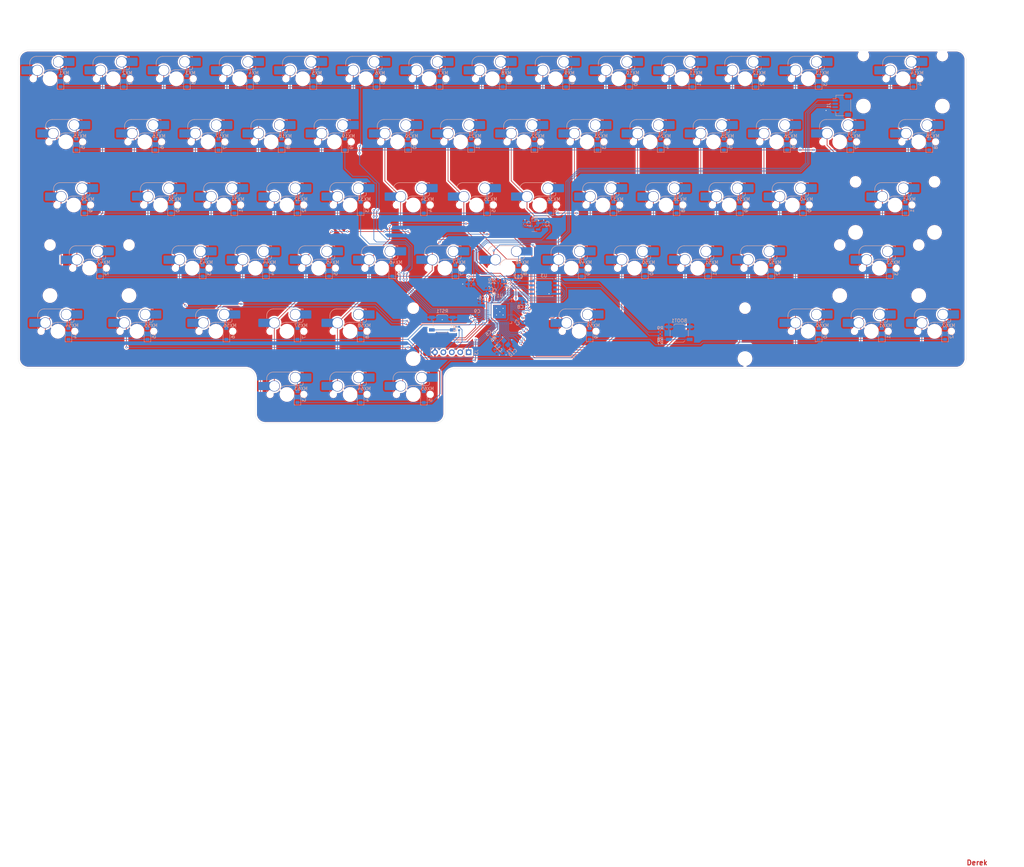
<source format=kicad_pcb>
(kicad_pcb (version 20240108) (generator "pcbnew") (generator_version "8.0")
  (layers (0 "F.Cu" signal) (31 "B.Cu" signal) (34 "B.Paste" user) (35 "F.Paste" user) (36 "B.SilkS" user "B.Silkscreen") (37 "F.SilkS" user "F.Silkscreen") (38 "B.Mask" user) (39 "F.Mask" user) (44 "Edge.Cuts" user))
  (net 0 "")
  (net 1 "Net-(BOOT1-Pad2)")
  (net 2 "GND")
  (net 3 "+5V")
  (net 4 "+3V3")
  (net 5 "+1V1")
  (net 6 "XIN")
  (net 7 "Net-(C11-Pad2)")
  (net 8 "Row 0")
  (net 9 "Net-(D1-A)")
  (net 10 "Row 1")
  (net 11 "Net-(D2-A)")
  (net 12 "Row 2")
  (net 13 "Net-(D3-A)")
  (net 14 "Row 3")
  (net 15 "Net-(D4-A)")
  (net 16 "Row 4")
  (net 17 "Net-(D5-A)")
  (net 18 "Net-(D6-A)")
  (net 19 "Row 5")
  (net 20 "Net-(D7-A)")
  (net 21 "Col 0")
  (net 22 "Col 1")
  (net 23 "Net-(D8-A)")
  (net 24 "Net-(D9-A)")
  (net 25 "Col 2")
  (net 26 "Col 3")
  (net 27 "Net-(D10-A)")
  (net 28 "Net-(D11-A)")
  (net 29 "Col 4")
  (net 30 "Col 5")
  (net 31 "Net-(D12-A)")
  (net 32 "Col 6")
  (net 33 "Net-(D13-A)")
  (net 34 "Col 7")
  (net 35 "Net-(D14-A)")
  (net 36 "Net-(D15-A)")
  (net 37 "Col 8")
  (net 38 "Net-(D16-A)")
  (net 39 "Col 9")
  (net 40 "Col 10")
  (net 41 "Net-(D17-A)")
  (net 42 "Net-(D18-A)")
  (net 43 "Col 11")
  (net 44 "Col 12")
  (net 45 "Net-(D19-A)")
  (net 46 "Net-(D20-A)")
  (net 47 "Col 14")
  (net 48 "Net-(D21-A)")
  (net 49 "Col 13")
  (net 50 "Net-(D22-A)")
  (net 51 "Net-(D23-A)")
  (net 52 "Net-(D24-A)")
  (net 53 "Net-(D25-A)")
  (net 54 "Net-(D26-A)")
  (net 55 "Net-(D27-A)")
  (net 56 "Net-(D28-A)")
  (net 57 "Net-(D29-A)")
  (net 58 "Net-(D30-A)")
  (net 59 "Net-(D31-A)")
  (net 60 "Net-(D32-A)")
  (net 61 "Net-(D33-A)")
  (net 62 "Net-(D34-A)")
  (net 63 "Net-(D35-A)")
  (net 64 "Net-(D36-A)")
  (net 65 "Net-(D37-A)")
  (net 66 "Net-(D38-A)")
  (net 67 "Net-(D39-A)")
  (net 68 "Net-(D40-A)")
  (net 69 "Net-(D41-A)")
  (net 70 "Net-(D42-A)")
  (net 71 "Net-(D43-A)")
  (net 72 "Net-(D44-A)")
  (net 73 "Net-(D45-A)")
  (net 74 "Net-(D46-A)")
  (net 75 "Net-(D47-A)")
  (net 76 "Net-(D48-A)")
  (net 77 "Net-(D49-A)")
  (net 78 "Net-(D50-A)")
  (net 79 "Net-(D51-A)")
  (net 80 "Net-(D52-A)")
  (net 81 "Net-(D53-A)")
  (net 82 "Net-(D54-A)")
  (net 84 "Net-(D55-A)")
  (net 86 "Net-(D56-A)")
  (net 88 "Net-(D57-A)")
  (net 90 "Net-(D58-A)")
  (net 92 "Net-(D59-A)")
  (net 93 "Net-(D60-A)")
  (net 94 "Net-(D61-A)")
  (net 95 "Net-(D62-A)")
  (net 96 "Net-(D63-A)")
  (net 97 "Net-(D64-A)")
  (net 98 "Net-(D65-A)")
  (net 99 "D-")
  (net 100 "D+")
  (net 101 "RESET")
  (net 102 "SWD")
  (net 103 "SWC")
  (net 104 "Net-(U1-USB_DP)")
  (net 105 "Net-(U1-USB_DM)")
  (net 106 "XOUT")
  (net 107 "Q_SEL")
  (net 108 "Net-(R8-Pad2)")
  (net 110 "Q_100")
  (net 111 "Q_101")
  (net 113 "Q_CLK")
  (net 116 "Q_103")
  (net 117 "Q_102")
  (footprint "PCM_marbastlib-mx:STAB_MX_2.75u" (layer "F.Cu") (at 285.75 96.775)
    (property "Reference" "REF**" (hide yes))
    (property "Value" "STAB_MX_2.75u")
  )
  (footprint "PCM_marbastlib-mx:STAB_MX_2.25u" (layer "F.Cu") (at 290.5125 77.725)
    (property "Reference" "REF**" (hide yes))
    (property "Value" "STAB_MX_2.25u")
  )
  (footprint "PCM_marbastlib-mx:STAB_MX_6.25u" (layer "F.Cu") (at 195.2625 115.825)
    (property "Reference" "REF**" (hide yes))
    (property "Value" "STAB_MX_6.25u")
  )
  (footprint "PCM_marbastlib-mx:STAB_MX_2.25u" (layer "F.Cu") (at 47.625 96.775)
    (property "Reference" "REF**" (hide yes))
    (property "Value" "STAB_MX_2.25u")
  )
  (footprint "PCM_marbastlib-mx:STAB_MX_2u" (layer "F.Cu") (at 292.89375 39.625)
    (property "Reference" "REF**" (hide yes))
    (property "Value" "STAB_MX_2u")
  )
  (footprint "PCM_marbastlib-mx:SW_MX_HS_CPG151101S11_1u" (layer "B.Cu") (at 192.88125 96.775 180)
    (property "Reference" "MX49")
    (property "Value" "MX_SW_HS")
  )
  (footprint "Diode_SMD:D_SOD-123" (layer "B.Cu") (at 219.86875 59.46875 90)
    (property "Reference" "D24")
    (property "Value" "D_Small")
  )
  (footprint "Diode_SMD:D_SOD-123" (layer "B.Cu") (at 205.58125 78.51875 90)
    (property "Reference" "D37")
    (property "Value" "D_Small")
  )
  (footprint "Package_SO:SOIC-8_5.23x5.23mm_P1.27mm" (layer "B.Cu") (at 184.649663 102.60299 180)
    (property "Reference" "U3")
    (property "Value" "W25Q128JVS")
  )
  (footprint "PCM_marbastlib-mx:SW_MX_HS_CPG151101S11_1u" (layer "B.Cu") (at 69.05625 77.725 180)
    (property "Reference" "MX30")
    (property "Value" "MX_SW_HS")
  )
  (footprint "PCM_marbastlib-mx:SW_MX_HS_CPG151101S11_1u" (layer "B.Cu") (at 292.89375 39.625 180)
    (property "Reference" "MX14")
    (property "Value" "MX_SW_HS")
  )
  (footprint "Diode_SMD:D_SOD-123" (layer "B.Cu") (at 293.6875 78.51875 90)
    (property "Reference" "D41")
    (property "Value" "D_Small")
  )
  (footprint "Diode_SMD:D_SOD-123" (layer "B.Cu") (at 134.14375 40.41875 90)
    (property "Reference" "D6")
    (property "Value" "D_Small")
  )
  (footprint "Capacitor_SMD:C_0402_1005Metric" (layer "B.Cu") (at 184.568913 83.436475 90)
    (property "Reference" "C2")
    (property "Value" "1u")
  )
  (footprint "PCM_marbastlib-mx:SW_MX_HS_CPG151101S11_1u" (layer "B.Cu") (at 173.83125 96.775 180)
    (property "Reference" "MX48")
    (property "Value" "MX_SW_HS")
  )
  (footprint "Diode_SMD:D_SOD-123" (layer "B.Cu") (at 248.44375 40.41875 90)
    (property "Reference" "D12")
    (property "Value" "D_Small")
  )
  (footprint "Diode_SMD:D_SOD-123" (layer "B.Cu") (at 129.38125 135.66875 90)
    (property "Reference" "D64")
    (property "Value" "D_Small")
  )
  (footprint "Diode_SMD:D_SOD-123" (layer "B.Cu") (at 88.9 116.61875 90)
    (property "Reference" "D56")
    (property "Value" "D_Small")
  )
  (footprint "PCM_marbastlib-mx:SW_MX_HS_CPG151101S11_1u" (layer "B.Cu") (at 302.41875 115.825 180)
    (property "Reference" "MX62")
    (property "Value" "MX_SW_HS")
  )
  (footprint "PCM_marbastlib-mx:SW_MX_HS_CPG151101S11_1u" (layer "B.Cu") (at 111.91875 39.625 180)
    (property "Reference" "MX5")
    (property "Value" "MX_SW_HS")
  )
  (footprint "PCM_marbastlib-mx:SW_MX_HS_CPG151101S11_1u" (layer "B.Cu") (at 126.20625 77.725 180)
    (property "Reference" "MX33")
    (property "Value" "MX_SW_HS")
  )
  (footprint "Capacitor_SMD:C_0402_1005Metric" (layer "B.Cu") (at 173.06814 101.490009 90)
    (property "Reference" "C13")
    (property "Value" "100n")
  )
  (footprint "Connector_PinHeader_2.54mm:PinHeader_1x05_P2.54mm_Vertical" (layer "B.Cu") (at 161.948285 122.155926 90)
    (property "Reference" "J3")
    (property "Value" "Conn_01x05")
  )
  (footprint "PCM_marbastlib-mx:SW_MX_HS_CPG151101S11_1u" (layer "B.Cu") (at 54.76875 39.625 180)
    (property "Reference" "MX2")
    (property "Value" "MX_SW_HS")
  )
  (footprint "Diode_SMD:D_SOD-123" (layer "B.Cu") (at 50.8 97.56875 90)
    (property "Reference" "D42")
    (property "Value" "D_Small")
  )
  (footprint "Resistor_SMD:R_0402_1005Metric" (layer "B.Cu") (at 170.856813 100.703749 -90)
    (property "Reference" "R4")
    (property "Value" "27")
  )
  (footprint "PCM_marbastlib-mx:SW_MX_HS_CPG151101S11_1u" (layer "B.Cu") (at 285.75 96.775 180)
    (property "Reference" "MX53")
    (property "Value" "MX_SW_HS")
  )
  (footprint "PCM_marbastlib-mx:SW_MX_HS_CPG151101S11_1u" (layer "B.Cu") (at 107.15625 115.825 180)
    (property "Reference" "MX57")
    (property "Value" "MX_SW_HS")
  )
  (footprint "Diode_SMD:D_SOD-123" (layer "B.Cu") (at 57.94375 40.41875 90)
    (property "Reference" "D2")
    (property "Value" "D_Small")
  )
  (footprint "Diode_SMD:D_SOD-123" (layer "B.Cu") (at 148.43125 135.66875 90)
    (property "Reference" "D65")
    (property "Value" "D_Small")
  )
  (footprint "Diode_SMD:D_SOD-123" (layer "B.Cu") (at 238.91875 59.46875 90)
    (property "Reference" "D25")
    (property "Value" "D_Small")
  )
  (footprint "Resistor_SMD:R_0402_1005Metric" (layer "B.Cu") (at 169.671813 100.703749 -90)
    (property "Reference" "R5")
    (property "Value" "27")
  )
  (footprint "Diode_SMD:D_SOD-123" (layer "B.Cu") (at 76.99375 40.41875 90)
    (property "Reference" "D3")
    (property "Value" "D_Small")
  )
  (footprint "Diode_SMD:D_SOD-123" (layer "B.Cu") (at 224.63125 78.51875 90)
    (property "Reference" "D38")
    (property "Value" "D_Small")
  )
  (footprint "PCM_marbastlib-mx:SW_MX_HS_CPG151101S11_1u" (layer "B.Cu") (at 154.78125 96.775 180)
    (property "Reference" "MX47")
    (property "Value" "MX_SW_HS")
  )
  (footprint "Diode_SMD:D_SOD-123" (layer "B.Cu") (at 253.20625 97.56875 90)
    (property "Reference" "D52")
    (property "Value" "D_Small")
  )
  (footprint "Capacitor_SMD:C_0402_1005Metric" (layer "B.Cu") (at 176.880484 100.438563 180)
    (property "Reference" "C12")
    (property "Value" "1u")
  )
  (footprint "Resistor_SMD:R_0402_1005Metric" (layer "B.Cu") (at 219.735359 118.30258)
    (property "Reference" "R7")
    (property "Value" "1k")
  )
  (footprint "PCM_marbastlib-mx:SW_MX_HS_CPG151101S11_1u" (layer "B.Cu") (at 47.625 96.775 180)
    (property "Reference" "MX42")
    (property "Value" "MX_SW_HS")
  )
  (footprint "PCM_marbastlib-mx:SW_MX_HS_CPG151101S11_1u" (layer "B.Cu") (at 121.44375 58.675 180)
    (property "Reference" "MX19")
    (property "Value" "MX_SW_HS")
  )
  (footprint "Diode_SMD:D_SOD-123" (layer "B.Cu") (at 162.71875 59.46875 90)
    (property "Reference" "D21")
    (property "Value" "D_Small")
  )
  (footprint "PCM_marbastlib-mx:SW_MX_HS_CPG151101S11_1u" (layer "B.Cu") (at 211.93125 96.775 180)
    (property "Reference" "MX50")
    (property "Value" "MX_SW_HS")
  )
  (footprint "Diode_SMD:D_SOD-123" (layer "B.Cu") (at 210.34375 40.41875 90)
    (property "Reference" "D10")
    (property "Value" "D_Small")
  )
  (footprint "PCM_marbastlib-mx:SW_MX_HS_CPG151101S11_1u" (layer "B.Cu") (at 164.30625 77.725 180)
    (property "Reference" "MX35")
    (property "Value" "MX_SW_HS")
  )
  (footprint "Diode_SMD:D_SOD-123" (layer "B.Cu") (at 296.06875 40.41875 90)
    (property "Reference" "D14")
    (property "Value" "D_Small")
  )
  (footprint "Diode_SMD:D_SOD-123" (layer "B.Cu") (at 286.54375 116.61875 90)
    (property "Reference" "D61")
    (property "Value" "D_Small")
  )
  (footprint "Capacitor_SMD:C_0603_1608Metric" (layer "B.Cu") (at 162.71875 101.6 180)
    (property "Reference" "C3")
    (property "Value" "10u")
  )
  (footprint "Diode_SMD:D_SOD-123" (layer "B.Cu") (at 172.24375 40.41875 90)
    (property "Reference" "D8")
    (property "Value" "D_Small")
  )
  (footprint "Diode_SMD:D_SOD-123" (layer "B.Cu") (at 96.04375 40.41875 90)
    (property "Reference" "D4")
    (property "Value" "D_Small")
  )
  (footprint "Resistor_SMD:R_0402_1005Metric" (layer "B.Cu") (at 219.723824 116.070889 180)
    (property "Reference" "R9")
    (property "Value" "5.1K")
  )
  (footprint "PCM_marbastlib-mx:SW_MX_HS_CPG151101S11_1u" (layer "B.Cu") (at 273.84375 58.675 180)
    (property "Reference" "MX27")
    (property "Value" "MX_SW_HS")
  )
  (footprint "PCM_marbastlib-mx:SW_MX_HS_CPG151101S11_1u" (layer "B.Cu") (at 126.20625 134.875 180)
    (property "Reference" "MX64")
    (property "Value" "MX_SW_HS")
  )
  (footprint "Diode_SMD:D_SOD-123" (layer "B.Cu") (at 198.4375 116.61875 90)
    (property "Reference" "D59")
    (property "Value" "D_Small")
  )
  (footprint "Resistor_SMD:R_0402_1005Metric" (layer "B.Cu") (at 170.226062 118.948995 -135)
    (property "Reference" "R6")
    (property "Value" "1k")
  )
  (footprint "PCM_marbastlib-mx:SW_MX_HS_CPG151101S11_1.5u" (layer "B.Cu") (at 40.48125 58.675 180)
    (property "Reference" "MX15")
    (property "Value" "MX_SW_HS")
  )
  (footprint "PCM_marbastlib-mx:SW_MX_HS_CPG151101S11_1u" (layer "B.Cu") (at 240.50625 77.725 180)
    (property "Reference" "MX39")
    (property "Value" "MX_SW_HS")
  )
  (footprint "PCM_marbastlib-mx:SW_MX_HS_CPG151101S11_1u" (layer "B.Cu") (at 78.58125 96.775 180)
    (property "Reference" "MX43")
    (property "Value" "MX_SW_HS")
  )
  (footprint "Diode_SMD:D_SOD-123" (layer "B.Cu") (at 196.05625 97.56875 90)
    (property "Reference" "D49")
    (property "Value" "D_Small")
  )
  (footprint "Capacitor_SMD:C_0402_1005Metric" (layer "B.Cu") (at 171.99654 101.490009 90)
    (property "Reference" "C14")
    (property "Value" "100n")
  )
  (footprint "PCM_marbastlib-mx:SW_MX_HS_CPG151101S11_1u" (layer "B.Cu") (at 207.16875 39.625 180)
    (property "Reference" "MX10")
    (property "Value" "MX_SW_HS")
  )
  (footprint "Diode_SMD:D_SOD-123" (layer "B.Cu") (at 124.61875 59.46875 90)
    (property "Reference" "D19")
    (property "Value" "D_Small")
  )
  (footprint "Diode_SMD:D_SOD-123" (layer "B.Cu") (at 81.75625 97.56875 90)
    (property "Reference" "D43")
    (property "Value" "D_Small")
  )
  (footprint "PCM_marbastlib-mx:SW_MX_HS_CPG151101S11_1u" (layer "B.Cu") (at 73.81875 39.625 180)
    (property "Reference" "MX3")
    (property "Value" "MX_SW_HS")
  )
  (footprint "PCM_marbastlib-mx:SW_MX_HS_CPG151101S11_1u" (layer "B.Cu") (at 283.36875 115.825 180)
    (property "Reference" "MX61")
    (property "Value" "MX_SW_HS")
  )
  (footprint "Package_DFN_QFN:QFN-56-1EP_7x7mm_P0.4mm_EP3.2x3.2mm" (layer "B.Cu") (at 171.335359 109.90258 180)
    (property "Reference" "U1")
    (property "Value" "RP2040")
  )
  (footprint "Capacitor_SMD:C_0402_1005Metric" (layer "B.Cu") (at 170.058618 121.642848 135)
    (property "Reference" "C11")
    (property "Value" "22p")
  )
  (footprint "Diode_SMD:D_SOD-123" (layer "B.Cu") (at 67.46875 59.46875 90)
    (property "Reference" "D16")
    (property "Value" "D_Small")
  )
  (footprint "Capacitor_SMD:C_0402_1005Metric" (layer "B.Cu") (at 178.927897 83.450664 90)
    (property "Reference" "C1")
    (property "Value" "1u")
  )
  (footprint "PCM_marbastlib-mx:SW_MX_HS_CPG151101S11_1u" (layer "B.Cu") (at 202.40625 77.725 180)
    (property "Reference" "MX37")
    (property "Value" "MX_SW_HS")
  )
  (footprint "Diode_SMD:D_SOD-123" (layer "B.Cu") (at 115.09375 40.41875 90)
    (property "Reference" "D5")
    (property "Value" "D_Small")
  )
  (footprint "PCM_marbastlib-mx:SW_MX_HS_CPG151101S11_1u" (layer "B.Cu") (at 226.21875 39.625 180)
    (property "Reference" "MX11")
    (property "Value" "MX_SW_HS")
  )
  (footprint "PCM_marbastlib-mx:SW_MX_HS_CPG151101S11_1u" (layer "B.Cu") (at 290.5125 77.725 180)
    (property "Reference" "MX41")
    (property "Value" "MX_SW_HS")
  )
  (footprint "Button_Switch_SMD:SW_SPST_TL3342" (layer "B.Cu") (at 225.45 116.36875 180)
    (property "Reference" "BOOT1")
    (property "Value" "SW_Push")
  )
  (footprint "Diode_SMD:D_SOD-123" (layer "B.Cu") (at 105.56875 59.46875 90)
    (property "Reference" "D18")
    (property "Value" "D_Small")
  )
  (footprint "PCM_marbastlib-mx:SW_MX_HS_CPG151101S11_1.25u" (layer "B.Cu") (at 85.725 115.825 180)
    (property "Reference" "MX56")
    (property "Value" "MX_SW_HS")
  )
  (footprint "PCM_marbastlib-mx:SW_MX_HS_CPG151101S11_1u" (layer "B.Cu") (at 264.31875 39.625 180)
    (property "Reference" "MX13")
    (property "Value" "MX_SW_HS")
  )
  (footprint "Diode_SMD:D_SOD-123" (layer "B.Cu") (at 181.76875 59.46875 90)
    (property "Reference" "D22")
    (property "Value" "D_Small")
  )
  (footprint "Diode_SMD:D_SOD-123" (layer "B.Cu") (at 257.96875 59.46875 90)
    (property "Reference" "D26")
    (property "Value" "D_Small")
  )
  (footprint "Diode_SMD:D_SOD-123" (layer "B.Cu") (at 288.925 97.56875 90)
    (property "Reference" "D53")
    (property "Value" "D_Small")
  )
  (footprint "PCM_marbastlib-mx:SW_MX_HS_CPG151101S11_1u" (layer "B.Cu") (at 130.96875 39.625 180)
    (property "Reference" "MX6")
    (property "Value" "MX_SW_HS")
  )
  (footprint "PCM_marbastlib-mx:SW_MX_HS_CPG151101S11_1u" (layer "B.Cu") (at 135.73125 96.775 180)
    (property "Reference" "MX46")
    (property "Value" "MX_SW_HS")
  )
  (footprint "PCM_marbastlib-mx:SW_MX_HS_CPG151101S11_1u" (layer "B.Cu") (at 140.49375 58.675 180)
    (property "Reference" "MX20")
    (property "Value" "MX_SW_HS")
  )
  (footprint "PCM_marbastlib-mx:SW_MX_HS_CPG151101S11_1u" (layer "B.Cu") (at 64.29375 58.675 180)
    (property "Reference" "MX16")
    (property "Value" "MX_SW_HS")
  )
  (footprint "PCM_marbastlib-mx:SW_MX_HS_CPG151101S11_1u" (layer "B.Cu") (at 188.11875 39.625 180)
    (property "Reference" "MX9")
    (property "Value" "MX_SW_HS")
  )
  (footprint "PCM_marbastlib-mx:SW_MX_HS_CPG151101S11_1u" (layer "B.Cu") (at 235.74375 58.675 180)
    (property "Reference" "MX25")
    (property "Value" "MX_SW_HS")
  )
  (footprint "Button_Switch_SMD:SW_SPST_TL3342" (layer "B.Cu") (at 153.9875 113.50625 180)
    (property "Reference" "RST1")
    (property "Value" "SW_Push")
  )
  (footprint "PCM_marbastlib-mx:SW_MX_HS_CPG151101S11_1u" (layer "B.Cu") (at 216.69375 58.675 180)
    (property "Reference" "MX24")
    (property "Value" "MX_SW_HS")
  )
  (footprint "Diode_SMD:D_SOD-123" (layer "B.Cu") (at 143.66875 59.46875 90)
    (property "Reference" "D20")
    (property "Value" "D_Small")
  )
  (footprint "Diode_SMD:D_SOD-123" (layer "B.Cu") (at 65.0875 116.61875 90)
    (property "Reference" "D55")
    (property "Value" "D_Small")
  )
  (footprint "Diode_SMD:D_SOD-123" (layer "B.Cu") (at 177.00625 97.56875 90)
    (property "Reference" "D48")
    (property "Value" "D_Small")
  )
  (footprint "PCM_marbastlib-mx:SW_MX_HS_CPG151101S11_1u" (layer "B.Cu") (at 145.25625 134.875 180)
    (property "Reference" "MX65")
    (property "Value" "MX_SW_HS")
  )
  (footprint "Diode_SMD:D_SOD-123" (layer "B.Cu") (at 46.0375 78.51875 90)
    (property "Reference" "D29")
    (property "Value" "D_Small")
  )
  (footprint "Diode_SMD:D_SOD-123" (layer "B.Cu") (at 100.80625 97.56875 90)
    (property "Reference" "D44")
    (property "Value" "D_Small")
  )
  (footprint "Diode_SMD:D_SOD-123" (layer "B.Cu") (at 267.49375 116.61875 90)
    (property "Reference" "D60")
    (property "Value" "D_Small")
  )
  (footprint "Diode_SMD:D_SOD-123" (layer "B.Cu") (at 215.10625 97.56875 90)
    (property "Reference" "D50")
    (property "Value" "D_Small")
  )
  (footprint "Diode_SMD:D_SOD-123" (layer "B.Cu") (at 110.33125 135.66875 90)
    (property "Reference" "D63")
    (property "Value" "D_Small")
  )
  (footprint "Capacitor_SMD:C_0402_1005Metric" (layer "B.Cu") (at 167.629262 103.765152 90)
    (property "Reference" "C15")
    (property "Value" "100n")
  )
  (footprint "PCM_marbastlib-mx:SW_MX_HS_CPG151101S11_1.75u" (layer "B.Cu") (at 42.8625 77.725 180)
    (property "Reference" "MX29")
    (property "Value" "MX_SW_HS")
  )
  (footprint "Diode_SMD:D_SOD-123" (layer "B.Cu") (at 129.38125 78.51875 90)
    (property "Reference" "D33")
    (property "Value" "D_Small")
  )
  (footprint "PCM_marbastlib-mx:SW_MX_HS_CPG151101S11_1u" (layer "B.Cu") (at 264.31875 115.825 180)
    (property "Reference" "MX60")
    (property "Value" "MX_SW_HS")
  )
  (footprint "PCM_marbastlib-mx:SW_MX_HS_CPG151101S11_1.5u" (layer "B.Cu") (at 297.65625 58.675 180)
    (property "Reference" "MX28")
    (property "Value" "MX_SW_HS")
  )
  (footprint "PCM_marbastlib-mx:SW_MX_HS_CPG151101S11_1u" (layer "B.Cu") (at 107.15625 77.725 180)
    (property "Reference" "MX32")
    (property "Value" "MX_SW_HS")
  )
  (footprint "PCM_marbastlib-mx:SW_MX_HS_CPG151101S11_1u" (layer "B.Cu") (at 102.39375 58.675 180)
    (property "Reference" "MX18")
    (property "Value" "MX_SW_HS")
  )
  (footprint "PCM_marbastlib-mx:SW_MX_HS_CPG151101S11_1u" (layer "B.Cu") (at 169.06875 39.625 180)
    (property "Reference" "MX8")
    (property "Value" "MX_SW_HS")
  )
  (footprint "PCM_marbastlib-mx:SW_MX_HS_CPG151101S11_1u" (layer "B.Cu") (at 221.45625 77.725 180)
    (property "Reference" "MX38")
    (property "Value" "MX_SW_HS")
  )
  (footprint "PCM_marbastlib-mx:SW_MX_HS_CPG151101S11_1u" (layer "B.Cu") (at 88.10625 77.725 180)
    (property "Reference" "MX31")
    (property "Value" "MX_SW_HS")
  )
  (footprint "Capacitor_SMD:C_0402_1005Metric" (layer "B.Cu") (at 177.56499 107.332621)
    (property "Reference" "C8")
    (property "Value" "100n")
  )
  (footprint "Diode_SMD:D_SOD-123" (layer "B.Cu") (at 72.23125 78.51875 90)
    (property "Reference" "D30")
    (property "Value" "D_Small")
  )
  (footprint "Diode_SMD:D_SOD-123" (layer "B.Cu") (at 229.39375 40.41875 90)
    (property "Reference" "D11")
    (property "Value" "D_Small")
  )
  (footprint "Capacitor_SMD:C_0402_1005Metric" (layer "B.Cu") (at 168.667896 103.765029 90)
    (property "Reference" "C4")
    (property "Value" "1u")
  )
  (footprint "PCM_marbastlib-mx:SW_MX_HS_CPG151101S11_1u" (layer "B.Cu") (at 183.35625 77.725 180)
    (property "Reference" "MX36")
    (property "Value" "MX_SW_HS")
  )
  (footprint "Diode_SMD:D_SOD-123" (layer "B.Cu") (at 157.95625 97.56875 90)
    (property "Reference" "D47")
    (property "Value" "D_Small")
  )
  (footprint "Diode_SMD:D_SOD-123" (layer "B.Cu") (at 300.83125 59.46875 90)
    (property "Reference" "D28")
    (property "Value" "D_Small")
  )
  (footprint "Capacitor_SMD:C_0402_1005Metric" (layer "B.Cu") (at 170.906317 116.945804 -90)
    (property "Reference" "C16")
    (property "Value" "100n")
  )
  (footprint "PCM_marbastlib-mx:SW_MX_HS_CPG151101S11_1u" (layer "B.Cu") (at 116.68125 96.775 180)
    (property "Reference" "MX45")
    (property "Value" "MX_SW_HS")
  )
  (footprint "Diode_SMD:D_SOD-123" (layer "B.Cu") (at 234.15625 97.56875 90)
    (property "Reference" "D51")
    (property "Value" "D_Small")
  )
  (footprint "Diode_SMD:D_SOD-123" (layer "B.Cu") (at 191.29375 40.41875 90)
    (property "Reference" "D9")
    (property "Value" "D_Small")
  )
  (footprint "PCM_marbastlib-mx:SW_MX_HS_CPG151101S11_1u" (layer "B.Cu") (at 178.59375 58.675 180)
    (property "Reference" "MX22")
    (property "Value" "MX_SW_HS")
  )
  (footprint "PCM_marbastlib-mx:SW_MX_HS_CPG151101S11_1.25u" (layer "B.Cu") (at 38.1 115.825 180)
    (property "Reference" "MX54")
    (property "Value" "MX_SW_HS")
  )
  (footprint "Resistor_SMD:R_0402_1005Metric" (layer "B.Cu") (at 159.073348 114.976398 -90)
    (property "Reference" "R3")
    (property "Value" "5.1K")
  )
  (footprint "Diode_SMD:D_SOD-123" (layer "B.Cu") (at 148.43125 78.51875 90)
    (property "Reference" "D34")
    (property "Value" "D_Small")
  )
  (footprint "Diode_SMD:D_SOD-123" (layer "B.Cu") (at 267.49375 40.41875 90)
    (property "Reference" "D13")
    (property "Value" "D_Small")
  )
  (footprint "Diode_SMD:D_SOD-123" (layer "B.Cu") (at 200.81875 59.46875 90)
    (property "Reference" "D23")
    (property "Value" "D_Small")
  )
  (footprint "PCM_marbastlib-mx:SW_MX_HS_CPG151101S11_1u" (layer "B.Cu") (at 107.15625 134.875 180)
    (property "Reference" "MX63")
    (property "Value" "MX_SW_HS")
  )
  (footprint "Capacitor_SMD:C_0402_1005Metric" (layer "B.Cu") (at 164.527021 110.933853 180)
    (property "Reference" "C9")
    (property "Value" "100n")
  )
  (footprint "Diode_SMD:D_SOD-123" (layer "B.Cu") (at 129.38125 116.61875 90)
    (property "Reference" "D58")
    (property "Value" "D_Small")
  )
  (footprint "Diode_SMD:D_SOD-123" (layer "B.Cu") (at 186.53125 78.51875 90)
    (property "Reference" "D36")
    (property "Value" "D_Small")
  )
  (footprint "PCM_marbastlib-mx:SW_MX_HS_CPG151101S11_1u" (layer "B.Cu") (at 92.86875 39.625 180)
    (property "Reference" "MX4")
    (property "Value" "MX_SW_HS")
  )
  (footprint "Diode_SMD:D_SOD-123" (layer "B.Cu") (at 41.275 116.61875 90)
    (property "Reference" "D54")
    (property "Value" "D_Small")
  )
  (footprint "PCM_marbastlib-mx:SW_MX_HS_CPG151101S11_1u" (layer "B.Cu") (at 197.64375 58.675 180)
    (property "Reference" "MX23")
    (property "Value" "MX_SW_HS")
  )
  (footprint "Capacitor_SMD:C_0402_1005Metric" (layer "B.Cu") (at 177.276687 112.441809 -45)
    (property "Reference" "C7")
    (property "Value" "100n")
  )
  (footprint "PCM_marbastlib-mx:SW_MX_HS_CPG151101S11_1u" (layer "B.Cu") (at 83.34375 58.675 180)
    (property "Reference" "MX17")
    (property "Value" "MX_SW_HS")
  )
  (footprint "PCM_marbastlib-mx:SW_MX_HS_CPG151101S11_1.25u" (layer "B.Cu") (at 61.9125 115.825 180)
    (property "Reference" "MX55")
    (property "Value" "MX_SW_HS")
  )
  (footprint "PCM_marbastlib-mx:SW_MX_HS_CPG151101S11_1u" (layer "B.Cu") (at 250.03125 96.775 180)
    (property "Reference" "MX52")
    (property "Value" "MX_SW_HS")
  )
  (footprint "PCM_marbastlib-mx:SW_MX_HS_CPG151101S11_1u" (layer "B.Cu") (at 145.25625 77.725 180)
    (property "Reference" "MX34")
    (property "Value" "MX_SW_HS")
  )
  (footprint "PCM_marbastlib-mx:SW_MX_HS_CPG151101S11_1u" (layer "B.Cu") (at 259.55625 77.725 180)
    (property "Reference" "MX40")
    (property "Value" "MX_SW_HS")
  )
  (footprint "Diode_SMD:D_SOD-123" (layer "B.Cu") (at 277.01875 59.46875 90)
    (property "Reference" "D27")
    (property "Value" "D_Small")
  )
  (footprint "Diode_SMD:D_SOD-123" (layer "B.Cu") (at 138.90625 97.56875 90)
    (property "Reference" "D46")
    (property "Value" "D_Small")
  )
  (footprint "Resistor_SMD:R_0402_1005Metric" (layer "B.Cu") (at 219.718809 117.14891)
    (property "Reference" "R8")
    (property "Value" "5.1K")
  )
  (footprint "Capacitor_SMD:C_0402_1005Metric" (layer "B.Cu") (at 165.918964 106.863511 180)
    (property "Reference" "C6")
    (property "Value" "1u")
  )
  (footprint "Diode_SMD:D_SOD-123" (layer "B.Cu") (at 86.51875 59.46875 90)
    (property "Reference" "D17")
    (property "Value" "D_Small")
  )
  (footprint "PCM_marbastlib-mx:SW_MX_HS_CPG151101S11_1u" (layer "B.Cu") (at 150.01875 39.625 180)
    (property "Reference" "MX7")
    (property "Value" "MX_SW_HS")
  )
  (footprint "Diode_SMD:D_SOD-123" (layer "B.Cu") (at 305.59375 116.61875 90)
    (property "Reference" "D62")
    (property "Value" "D_Small")
  )
  (footprint "Diode_SMD:D_SOD-123" (layer "B.Cu") (at 153.19375 40.41875 90)
    (property "Reference" "D7")
    (property "Value" "D_Small")
  )
  (footprint "Diode_SMD:D_SOD-123" (layer "B.Cu") (at 110.33125 116.61875 90)
    (property "Reference" "D57")
    (property "Value" "D_Small")
  )
  (footprint "PCM_marbastlib-mx:SW_MX_HS_CPG151101S11_1u" (layer "B.Cu") (at 159.54375 58.675 180)
    (property "Reference" "MX21")
    (property "Value" "MX_SW_HS")
  )
  (footprint "PCM_marbastlib-mx:SW_MX_HS_CPG151101S11_1u" (layer "B.Cu") (at 35.71875 39.625 180)
    (property "Reference" "MX1")
    (property "Value" "MX_SW_HS")
  )
  (footprint "PCM_marbastlib-mx:SW_MX_HS_CPG151101S11_1u" (layer "B.Cu") (at 195.2625 115.825 180)
    (property "Reference" "MX59")
    (property "Value" "MX_SW_HS")
  )
  (footprint "Diode_SMD:D_SOD-123" (layer "B.Cu") (at 43.65625 59.46875 90)
    (property "Reference" "D15")
    (property "Value" "D_Small")
  )
  (footprint "PCM_marbastlib-mx:SW_MX_HS_CPG151101S11_1u" (layer "B.Cu") (at 254.79375 58.675 180)
    (property "Reference" "MX26")
    (property "Value" "MX_SW_HS")
  )
  (footprint "PCM_marbastlib-mx:SW_MX_HS_CPG151101S11_1u" (layer "B.Cu") (at 245.26875 39.625 180)
    (property "Reference" "MX12")
    (property "Value" "MX_SW_HS")
  )
  (footprint "Package_TO_SOT_SMD:SOT-23-3" (layer "B.Cu") (at 181.76875 84.1375 180)
    (property "Reference" "U4")
    (property "Value" "XC6206PxxxMR")
  )
  (footprint "Diode_SMD:D_SOD-123" (layer "B.Cu") (at 167.48125 78.51875 90)
    (property "Reference" "D35")
    (property "Value" "D_Small")
  )
  (footprint "PCM_marbastlib-mx:SW_MX_HS_CPG151101S11_1u" (layer "B.Cu") (at 97.63125 96.775 180)
    (property "Reference" "MX44")
    (property "Value" "MX_SW_HS")
  )
  (footprint "Diode_SMD:D_SOD-123" (layer "B.Cu") (at 262.73125 78.51875 90)
    (property "Reference" "D40")
    (property "Value" "D_Small")
  )
  (footprint "Diode_SMD:D_SOD-123" (layer "B.Cu") (at 91.28125 78.51875 90)
    (property "Reference" "D31")
    (property "Value" "D_Small")
  )
  (footprint "Diode_SMD:D_SOD-123" (layer "B.Cu") (at 243.68125 78.51875 90)
    (property "Reference" "D39")
    (property "Value" "D_Small")
  )
  (footprint "Diode_SMD:D_SOD-123" (layer "B.Cu") (at 119.85625 97.56875 90)
    (property "Reference" "D45")
    (property "Value" "D_Small")
  )
  (footprint "PCM_marbastlib-mx:SW_MX_HS_CPG151101S11_1u" (layer "B.Cu") (at 126.20625 115.825 180)
    (property "Reference" "MX58")
    (property "Value" "MX_SW_HS")
  )
  (footprint "Diode_SMD:D_SOD-123" (layer "B.Cu") (at 38.89375 40.41875 90)
    (property "Reference" "D1")
    (property "Value" "D_Small")
  )
  (footprint "Capacitor_SMD:C_0402_1005Metric" (layer "B.Cu") (at 168.745156 117.178154 -135)
    (property "Reference" "C5")
    (property "Value" "100n")
  )
  (footprint "Crystal:Crystal_SMD_3225-4Pin_3.2x2.5mm" (layer "B.Cu") (at 172.406765 120.047213 45)
    (property "Reference" "Y1")
    (property "Value" "Crystal_GND24")
  )
  (footprint "Connector_JST:JST_SH_SM04B-SRSS-TB_1x04-1MP_P1.00mm_Horizontal" (layer "B.Cu") (at 274.478403 47.693796 -90)
    (property "Reference" "J1")
    (property "Value" "JST SH 4-PIN")
  )
  (footprint "Diode_SMD:D_SOD-123" (layer "B.Cu") (at 110.33125 78.51875 90)
    (property "Reference" "D32")
    (property "Value" "D_Small")
  )
  (footprint "PCM_marbastlib-mx:SW_MX_HS_CPG151101S11_1u" (layer "B.Cu") (at 230.98125 96.775 180)
    (property "Reference" "MX51")
    (property "Value" "MX_SW_HS")
  )
  (footprint "Capacitor_SMD:C_0402_1005Metric" (layer "B.Cu") (at 174.510453 121.503944 45)
    (property "Reference" "C10")
    (property "Value" "22p")
  )
  (gr_line (start 157.78125 127) (end 308.94375 127) (stroke (width 0.05)) (layer "Edge.Cuts"))
  (gr_line (start 97.63125 140.66875) (end 97.63125 130) (stroke (width 0.05)) (layer "Edge.Cuts"))
  (gr_arc (start 29.19375 127) (mid 27.07243 126.12132) (end 26.19375 124) (stroke (width 0.05)) (layer "Edge.Cuts"))
  (gr_arc (start 94.63125 127) (mid 96.752538 127.878697) (end 97.63125 130) (stroke (width 0.05)) (layer "Edge.Cuts"))
  (gr_arc (start 154.78125 130) (mid 155.65993 127.87868) (end 157.78125 127) (stroke (width 0.05)) (layer "Edge.Cuts"))
  (gr_line (start 264.49375 30.95625) (end 29.9875 30.95625) (stroke (width 0.05)) (layer "Edge.Cuts"))
  (gr_arc (start 154.78125 140.66875) (mid 153.902556 142.790056) (end 151.78125 143.66875) (stroke (width 0.05)) (layer "Edge.Cuts"))
  (gr_line (start 26.19375 124) (end 26.19375 33.95625) (stroke (width 0.05)) (layer "Edge.Cuts"))
  (gr_arc (start 26.19375 33.95625) (mid 27.07243 31.83493) (end 29.19375 30.95625) (stroke (width 0.05)) (layer "Edge.Cuts"))
  (gr_arc (start 100.63125 143.66875) (mid 98.50993 142.79007) (end 97.63125 140.66875) (stroke (width 0.05)) (layer "Edge.Cuts"))
  (gr_line (start 29.9875 30.95625) (end 29.19375 30.95625) (stroke (width 0.05)) (layer "Edge.Cuts"))
  (gr_arc (start 308.94375 30.95625) (mid 311.065056 31.834944) (end 311.94375 33.95625) (stroke (width 0.05)) (layer "Edge.Cuts"))
  (gr_line (start 154.78125 130) (end 154.78125 140.66875) (stroke (width 0.05)) (layer "Edge.Cuts"))
  (gr_line (start 101.425 143.66875) (end 100.63125 143.66875) (stroke (width 0.05)) (layer "Edge.Cuts"))
  (gr_line (start 29.19375 127) (end 94.63125 127) (stroke (width 0.05)) (layer "Edge.Cuts"))
  (gr_line (start 101.425 143.66875) (end 150.9875 143.66875) (stroke (width 0.05)) (layer "Edge.Cuts"))
  (gr_arc (start 311.94375 124) (mid 311.06507 126.12132) (end 308.94375 127) (stroke (width 0.05)) (layer "Edge.Cuts"))
  (gr_line (start 151.78125 143.66875) (end 150.9875 143.66875) (stroke (width 0.05)) (layer "Edge.Cuts"))
  (gr_line (start 308.15 30.95625) (end 308.94375 30.95625) (stroke (width 0.05)) (layer "Edge.Cuts"))
  (gr_line (start 311.94375 33.95625) (end 311.94375 124) (stroke (width 0.05)) (layer "Edge.Cuts"))
  (gr_line (start 308.15 30.95625) (end 264.49375 30.95625) (stroke (width 0.05)) (layer "Edge.Cuts"))
  (gr_text "Derek\n" (at 311.94375 277.01875 0) (layer "F.Cu") (effects (font (size 1.5 1.5) (thickness 0.3) (bold yes)) (justify left bottom)))
  (segment (start 220.245358 118.30258) (end 222.26617 118.30258) (width 0.2) (layer "B.Cu") (net 1))
  (segment (start 222.26617 118.30258) (end 222.3 118.26875) (width 0.2) (layer "B.Cu") (net 1))
  (segment (start 222.3 118.26875) (end 228.6 118.26875) (width 0.2) (layer "B.Cu") (net 1))
  (segment (start 168.108258 102.313555) (end 168.686366 102.891663) (width 0.2) (layer "F.Cu") (net 2))
  (segment (start 172.481827 100.423765) (end 173.080768 101.022706) (width 0.2) (layer "F.Cu") (net 2))
  (segment (start 171.221999 123.005077) (end 169.443845 121.226923) (width 0.2) (layer "F.Cu") (net 2))
  (segment (start 171.259111 122.967965) (end 171.221999 123.005077) (width 0.2) (layer "F.Cu") (net 2))
  (segment (start 169.443845 121.226923) (end 169.443845 118.578618) (width 0.2) (layer "F.Cu") (net 2))
  (segment (start 174.088832 117.553308) (end 174.948765 118.413241) (width 0.2) (layer "F.Cu") (net 2))
  (segment (start 172.14092 117.553308) (end 174.088832 117.553308) (width 0.2) (layer "F.Cu") (net 2))
  (segment (start 178.977745 82.248075) (end 178.904543 82.174873) (width 0.2) (layer "F.Cu") (net 2))
  (segment (start 184.565494 82.260275) (end 182.906249 82.260275) (width 0.2) (layer "F.Cu") (net 2))
  (segment (start 168.686366 102.891663) (end 168.686366 103.244406) (width 0.2) (layer "F.Cu") (net 2))
  (segment (start 174.948765 121.263801) (end 173.244601 122.967965) (width 0.2) (layer "F.Cu") (net 2))
  (segment (start 182.894049 82.248075) (end 178.977745 82.248075) (width 0.2) (layer "F.Cu") (net 2))
  (segment (start 173.244601 122.967965) (end 171.259111 122.967965) (width 0.2) (layer "F.Cu") (net 2))
  (segment (start 172.14092 117.553308) (end 171.11561 118.578618) (width 0.2) (layer "F.Cu") (net 2))
  (segment (start 172.481827 100.221712) (end 172.481827 100.423765) (width 0.2) (layer "F.Cu") (net 2))
  (segment (start 174.948765 118.413241) (end 174.948765 121.263801) (width 0.2) (layer "F.Cu") (net 2))
  (segment (start 171.11561 118.578618) (end 169.443845 118.578618) (width 0.2) (layer "F.Cu") (net 2))
  (segment (start 182.906249 82.260275) (end 182.894049 82.248075) (width 0.2) (layer "F.Cu") (net 2))
  (via (at 153.987959 112.345517) (size 0.6) (drill 0.3) (layers "F.Cu" "B.Cu") (net 2))
  (via (at 160.160434 101.570604) (size 0.6) (drill 0.3) (layers "F.Cu" "B.Cu") (net 2))
  (via (at 171.333031 109.948192) (size 0.6) (drill 0.3) (layers "F.Cu" "B.Cu") (net 2))
  (via (at 179.113143 107.352218) (size 0.6) (drill 0.3) (layers "F.Cu" "B.Cu") (net 2))
  (via (at 172.335359 108.90258) (size 0.6) (drill 0.3) (layers "F.Cu" "B.Cu") (net 2))
  (via (at 172.481827 100.221712) (size 0.6) (drill 0.3) (layers "F.Cu" "B.Cu") (net 2))
  (via (at 174.948765 118.413241) (size 0.6) (drill 0.3) (layers "F.Cu" "B.Cu") (net 2))
  (via (at 175.17105 100.461025) (size 0.6) (drill 0.3) (layers "F.Cu" "B.Cu") (net 2))
  (via (at 168.108258 102.313555) (size 0.6) (drill 0.3) (layers "F.Cu" "B.Cu") (net 2))
  (via (at 178.802906 113.307749) (size 0.6) (drill 0.3) (layers "F.Cu" "B.Cu") (net 2))
  (via (at 172.335359 110.90258) (size 0.6) (drill 0.3) (layers "F.Cu" "B.Cu") (net 2))
  (via (at 184.565494 82.260275) (size 0.6) (drill 0.3) (layers "F.Cu" "B.Cu") (net 2))
  (via (at 164.672912 105.851035) (size 0.6) (drill 0.3) (layers "F.Cu" "B.Cu") (net 2))
  (via (at 186.180356 104.490039) (size 0.6) (drill 0.3) (layers "F.Cu" "B.Cu") (net 2))
  (via (at 178.904543 82.174873) (size 0.6) (drill 0.3) (layers "F.Cu" "B.Cu") (net 2))
  (via (at 172.14092 117.553308) (size 0.6) (drill 0.3) (layers "F.Cu" "B.Cu") (net 2))
  (via (at 269.718301 49.192903) (size 0.6) (drill 0.3) (layers "F.Cu" "B.Cu") (net 2))
  (via (at 169.443845 118.578618) (size 0.6) (drill 0.3) (layers "F.Cu" "B.Cu") (net 2))
  (via (at 171.221999 123.005077) (size 0.6) (drill 0.3) (layers "F.Cu" "B.Cu") (net 2))
  (via (at 173.244601 122.967965) (size 0.6) (drill 0.3) (layers "F.Cu" "B.Cu") (net 2))
  (via (at 162.495653 110.954838) (size 0.6) (drill 0.3) (layers "F.Cu" "B.Cu") (net 2))
  (via (at 170.335359 108.90258) (size 0.6) (drill 0.3) (layers "F.Cu" "B.Cu") (net 2))
  (via (at 182.894049 82.248075) (size 0.6) (drill 0.3) (layers "F.Cu" "B.Cu") (net 2))
  (via (at 170.335359 110.90258) (size 0.6) (drill 0.3) (layers "F.Cu" "B.Cu") (net 2))
  (segment (start 228.6 114.46875) (end 222.3 114.46875) (width 0.2) (layer "B.Cu") (net 2))
  (segment (start 161.94375 101.6) (end 161.914354 101.570604) (width 0.2) (layer "B.Cu") (net 2))
  (segment (start 171.335359 109.90258) (end 171.335359 109.945864) (width 0.2) (layer "B.Cu") (net 2))
  (segment (start 153.9875 111.60625) (end 153.9875 112.345058) (width 0.2) (layer "B.Cu") (net 2))
  (segment (start 179.093546 107.332621) (end 179.113143 107.352218) (width 0.2) (layer "B.Cu") (net 2))
  (segment (start 153.9875 111.60625) (end 150.8375 111.60625) (width 0.2) (layer "B.Cu") (net 2))
  (segment (start 178.927897 82.970664) (end 178.317897 83.580664) (width 0.2) (layer "B.Cu") (net 2))
  (segment (start 174.171042 122.041524) (end 173.244601 122.967965) (width 0.2) (layer "B.Cu") (net 2))
  (segment (start 184.568913 82.956475) (end 183.137275 82.956475) (width 0.2) (layer "B.Cu") (net 2))
  (segment (start 173.06814 101.010009) (end 173.06814 100.808025) (width 0.2) (layer "B.Cu") (net 2))
  (segment (start 173.268753 117.243747) (end 174.438247 118.413241) (width 0.2) (layer "B.Cu") (net 2))
  (segment (start 173.06814 100.808025) (end 172.481827 100.221712) (width 0.2) (layer "B.Cu") (net 2))
  (segment (start 188.249663 104.50799) (end 186.198307 104.50799) (width 0.2) (layer "B.Cu") (net 2))
  (segment (start 171.6738 121.982259) (end 172.229988 121.426071) (width 0.2) (layer "B.Cu") (net 2))
  (segment (start 170.398029 122.181107) (end 171.221999 123.005077) (width 0.2) (layer "B.Cu") (net 2))
  (segment (start 164.047021 110.933853) (end 162.516638 110.933853) (width 0.2) (layer "B.Cu") (net 2))
  (segment (start 174.438247 118.413241) (end 174.948765 118.413241) (width 0.2) (layer "B.Cu") (net 2))
  (segment (start 168.667896 102.873193) (end 168.108258 102.313555) (width 0.2) (layer "B.Cu") (net 2))
  (segment (start 174.171042 121.843355) (end 174.171042 122.041524) (width 0.2) (layer "B.Cu") (net 2))
  (segment (start 177.616098 112.78122) (end 178.142627 113.307749) (width 0.2) (layer "B.Cu") (net 2))
  (segment (start 162.516638 110.933853) (end 162.495653 110.954838) (width 0.2) (layer "B.Cu") (net 2))
  (segment (start 172.583542 118.668355) (end 172.583542 117.99593) (width 0.2) (layer "B.Cu") (net 2))
  (segment (start 157.1375 111.60625) (end 153.9875 111.60625) (width 0.2) (layer "B.Cu") (net 2))
  (segment (start 168.667896 103.285029) (end 168.667896 102.873193) (width 0.2) (layer "B.Cu") (net 2))
  (segment (start 272.478403 49.193796) (end 272.47751 49.192903) (width 0.2) (layer "B.Cu") (net 2))
  (segment (start 172.583542 118.668355) (end 172.583542 117.971436) (width 0.2) (layer "B.Cu") (net 2))
  (segment (start 170.775592 117.518694) (end 170.832224 117.462062) (width 0.2) (layer "B.Cu") (net 2))
  (segment (start 176.400484 100.438563) (end 175.193512 100.438563) (width 0.2) (layer "B.Cu") (net 2))
  (segment (start 175.193512 100.438563) (end 175.17105 100.461025) (width 0.2) (layer "B.Cu") (net 2))
  (segment (start 171.335359 109.945864) (end 171.333031 109.948192) (width 0.2) (layer "B.Cu") (net 2))
  (segment (start 172.37324 121.282819) (end 172.37324 118.878657) (width 0.2) (layer "B.Cu") (net 2))
  (segment (start 178.798599 84.7375) (end 181.35625 84.7375) (width 0.2) (layer "B.Cu") (net 2))
  (segment (start 186.198307 104.50799) (end 186.180356 104.490039) (width 0.2) (layer "B.Cu") (net 2))
  (segment (start 161.914354 101.570604) (end 160.160434 101.570604) (width 0.2) (layer "B.Cu") (net 2))
  (segment (start 165.438964 106.863511) (end 165.438964 106.617087) (width 0.2) (layer "B.Cu") (net 2))
  (segment (start 182.90625 82.260276) (end 182.894049 82.248075) (width 0.2) (layer "B.Cu") (net 2))
  (segment (start 172.335359 116.310353) (end 173.268753 117.243747) (width 0.2) (layer "B.Cu") (net 2))
  (segment (start 170.398029 121.982259) (end 170.398029 122.181107) (width 0.2) (layer "B.Cu") (net 2))
  (segment (start 178.317897 84.256798) (end 178.798599 84.7375) (width 0.2) (layer "B.Cu") (net 2))
  (segment (start 171.99654 101.010009) (end 171.99654 100.706999) (width 0.2) (layer "B.Cu") (net 2))
  (segment (start 178.904543 82.174873) (end 178.904543 82.94731) (width 0.2) (layer "B.Cu") (net 2))
  (segment (start 272.47751 49.192903) (end 269.718301 49.192903) (width 0.2) (layer "B.Cu") (net 2))
  (segment (start 167.629262 102.792551) (end 168.108258 102.313555) (width 0.2) (layer "B.Cu") (net 2))
  (segment (start 184.568913 82.263694) (end 184.565494 82.260275) (width 0.2) (layer "B.Cu") (net 2))
  (segment (start 178.142627 113.307749) (end 178.802906 113.307749) (width 0.2) (layer "B.Cu") (net 2))
  (segment (start 170.398029 121.982259) (end 171.6738 121.982259) (width 0.2) (layer "B.Cu") (net 2))
  (segment (start 171.99654 100.706999) (end 172.481827 100.221712) (width 0.2) (layer "B.Cu") (net 2))
  (segment (start 172.583542 117.99593) (end 172.14092 117.553308) (width 0.2) (layer "B.Cu") (net 2))
  (segment (start 178.317897 83.580664) (end 178.317897 84.256798) (width 0.2) (layer "B.Cu") (net 2))
  (segment (start 172.247146 119.004751) (end 172.583542 118.668355) (width 0.2) (layer "B.Cu") (net 2))
  (segment (start 178.04499 107.332621) (end 179.093546 107.332621) (width 0.2) (layer "B.Cu") (net 2))
  (segment (start 172.647272 121.843355) (end 172.229988 121.426071) (width 0.2) (layer "B.Cu") (net 2))
  (segment (start 182.90625 83.1875) (end 182.90625 82.260276) (width 0.2) (layer "B.Cu") (net 2))
  (segment (start 184.568913 82.956475) (end 184.568913 82.263694) (width 0.2) (layer "B.Cu") (net 2))
  (segment (start 174.510453 121.843355) (end 174.171042 121.843355) (width 0.2) (layer "B.Cu") (net 2))
  (segment (start 165.438964 106.617087) (end 164.672912 105.851035) (width 0.2) (layer "B.Cu") (net 2))
  (segment (start 183.137275 82.956475) (end 182.90625 83.1875) (width 0.2) (layer "B.Cu") (net 2))
  (segment (start 172.335359 113.34008) (end 172.335359 116.310353) (width 0.2) (layer "B.Cu") (net 2))
  (segment (start 272.478403 49.193796) (end 273.253402 49.193796) (width 0.2) (layer "B.Cu") (net 2))
  (segment (start 167.629262 103.285152) (end 167.629262 102.792551) (width 0.2) (layer "B.Cu") (net 2))
  (segment (start 172.229988 121.426071) (end 172.37324 121.282819) (width 0.2) (layer "B.Cu") (net 2))
  (segment (start 178.904543 82.94731) (end 178.927897 82.970664) (width 0.2) (layer "B.Cu") (net 2))
  (segment (start 172.37324 118.878657) (end 172.583542 118.668355) (width 0.2) (layer "B.Cu") (net 2))
  (segment (start 153.9875 112.345058) (end 153.987959 112.345517) (width 0.2) (layer "B.Cu") (net 2))
  (segment (start 174.171042 121.843355) (end 172.647272 121.843355) (width 0.2) (layer "B.Cu") (net 2))
  (segment (start 181.35625 84.7375) (end 182.90625 83.1875) (width 0.2) (layer "B.Cu") (net 2))
  (segment (start 263.525 65.0875) (end 261.9375 66.675) (width 0.2) (layer "B.Cu") (net 3))
  (segment (start 181.76875 80.9625) (end 180.975 81.75625) (width 0.2) (layer "B.Cu") (net 3))
  (segment (start 272.478403 46.193796) (end 267.247318 46.193796) (width 0.2) (layer "B.Cu") (net 3))
  (segment (start 179.134733 84.1375) (end 178.927897 83.930664) (width 0.2) (layer "B.Cu") (net 3))
  (segment (start 261.9375 66.675) (end 195.2625 66.675) (width 0.2) (layer "B.Cu") (net 3))
  (segment (start 180.63125 84.1375) (end 179.134733 84.1375) (width 0.2) (layer "B.Cu") (net 3))
  (segment (start 180.975 83.79375) (end 180.63125 84.1375) (width 0.2) (layer "B.Cu") (net 3))
  (segment (start 191.29375 79.375) (end 189.70625 80.9625) (width 0.2) (layer "B.Cu") (net 3))
  (segment (start 180.975 81.75625) (end 180.975 83.79375) (width 0.2) (layer "B.Cu") (net 3))
  (segment (start 195.2625 66.675) (end 191.29375 70.64375) (width 0.2) (layer "B.Cu") (net 3))
  (segment (start 267.247318 46.193796) (end 263.525 49.916114) (width 0.2) (layer "B.Cu") (net 3))
  (segment (start 189.70625 80.9625) (end 181.76875 80.9625) (width 0.2) (layer "B.Cu") (net 3))
  (segment (start 263.525 49.916114) (end 263.525 65.0875) (width 0.2) (layer "B.Cu") (net 3))
  (segment (start 191.29375 70.64375) (end 191.29375 79.375) (width 0.2) (layer "B.Cu") (net 3))
  (segment (start 158.65238 119.088808) (end 161.292384 119.088808) (width 0.2) (layer "F.Cu") (net 4))
  (segment (start 176.193056 103.276145) (end 176.193056 105.832848) (width 0.2) (layer "F.Cu") (net 4))
  (segment (start 166.887543 113.493649) (end 167.315762 113.06543) (width 0.2) (layer "F.Cu") (net 4))
  (segment (start 167.315762 113.06543) (end 167.315762 105.402859) (width 0.2) (layer "F.Cu") (net 4))
  (segment (start 174.259796 101.342885) (end 176.193056 103.276145) (width 0.2) (layer "F.Cu") (net 4))
  (segment (start 161.292384 119.088808) (end 166.887543 113.493649) (width 0.2) (layer "F.Cu") (net 4))
  (via (at 174.259796 101.342885) (size 0.6) (drill 0.3) (layers "F.Cu" "B.Cu") (net 4))
  (via (at 158.65238 119.088808) (size 0.6) (drill 0.3) (layers "F.Cu" "B.Cu") (net 4))
  (via (at 167.315762 105.402859) (size 0.6) (drill 0.3) (layers "F.Cu" "B.Cu") (net 4))
  (via (at 176.193056 105.832848) (size 0.6) (drill 0.3) (layers "F.Cu" "B.Cu") (net 4))
  (segment (start 171.135359 116.236762) (end 170.906317 116.465804) (width 0.2) (layer "B.Cu") (net 4))
  (segment (start 183.98125 88.275) (end 167.093184 88.275) (width 0.2) (layer "B.Cu") (net 4))
  (segment (start 171.12688 107.30258) (end 170.734942 107.30258) (width 0.2) (layer "B.Cu") (net 4))
  (segment (start 176.193056 105.832848) (end 176.193056 107.292781) (width 0.2) (layer "B.Cu") (net 4))
  (segment (start 169.135359 106.46508) (end 169.135359 105.751249) (width 0.2) (layer "B.Cu") (net 4))
  (segment (start 171.137309 112.538858) (end 171.45 112.538858) (width 0.2) (layer "B.Cu") (net 4))
  (segment (start 171.99654 102.337054) (end 170.735359 103.598235) (width 0.2) (layer "B.Cu") (net 4))
  (segment (start 167.629262 104.245152) (end 168.735359 105.351249) (width 0.2) (layer "B.Cu") (net 4))
  (segment (start 181.691941 100.055712) (end 181.049663 100.69799) (width 0.2) (layer "B.Cu") (net 4))
  (segment (start 177.360484 100.438563) (end 177.619911 100.69799) (width 0.2) (layer "B.Cu") (net 4))
  (segment (start 215.946661 116.070889) (end 201.149212 101.27344) (width 0.2) (layer "B.Cu") (net 4))
  (segment (start 173.831249 107.558215) (end 174.086884 107.30258) (width 0.2) (layer "B.Cu") (net 4))
  (segment (start 170.735359 104.775) (end 170.735359 103.598235) (width 0.2) (layer "B.Cu") (net 4))
  (segment (start 174.772859 110.90258) (end 173.834455 110.90258) (width 0.2) (layer "B.Cu") (net 4))
  (segment (start 176.456162 101.342885) (end 174.259796 101.342885) (width 0.2) (layer "B.Cu") (net 4))
  (segment (start 170.734942 107.30258) (end 168.92242 107.30258) (width 0.2) (layer "B.Cu") (net 4))
  (segment (start 184.568913 83.916475) (end 186.310225 83.916475) (width 0.2) (layer "B.Cu") (net 4))
  (segment (start 166.398964 104.505214) (end 166.398964 105.906289) (width 0.2) (layer "B.Cu") (net 4))
  (segment (start 171.135359 107.294101) (end 171.12688 107.30258) (width 0.2) (layer "B.Cu") (net 4))
  (segment (start 159.073348 117.410863) (end 157.358495 119.125716) (width 0.2) (layer "B.Cu") (net 4))
  (segment (start 176.193056 107.292781) (end 176.183257 107.30258) (width 0.2) (layer "B.Cu") (net 4))
  (segment (start 167.629262 104.245152) (end 166.659026 104.245152) (width 0.2) (layer "B.Cu") (net 4))
  (segment (start 166.659026 104.245152) (end 166.398964 104.505214) (width 0.2) (layer "B.Cu") (net 4))
  (segment (start 167.45879 106.863511) (end 167.897859 107.30258) (width 0.2) (layer "B.Cu") (net 4))
  (segment (start 174.772859 110.90258) (end 175.737458 110.90258) (width 0.2) (layer "B.Cu") (net 4))
  (segment (start 159.073348 115.486397) (end 159.073348 117.410863) (width 0.2) (layer "B.Cu") (net 4))
  (segment (start 170.735359 107.302163) (end 170.734942 107.30258) (width 0.2) (layer "B.Cu") (net 4))
  (segment (start 168.7128 110.90258) (end 168.72907 110.91885) (width 0.2) (layer "B.Cu") (net 4))
  (segment (start 168.72907 107.30258) (end 168.72907 110.91885) (width 0.2) (layer "B.Cu") (net 4))
  (segment (start 177.054949 107.30258) (end 177.08499 107.332621) (width 0.2) (layer "B.Cu") (net 4))
  (segment (start 167.315762 105.402859) (end 167.315762 104.558652) (width 0.2) (layer "B.Cu") (net 4))
  (segment (start 184.077275 83.916475) (end 182.90625 85.0875) (width 0.2) (layer "B.Cu") (net 4))
  (segment (start 173.366997 112.538858) (end 173.758935 112.14692) (width 0.2) (layer "B.Cu") (net 4))
  (segment (start 173.83125 111.125) (end 173.83125 110.905785) (width 0.2) (layer "B.Cu") (net 4))
  (segment (start 171.135359 106.46508) (end 171.135359 105.175) (width 0.2) (layer "B.Cu") (net 4))
  (segment (start 171.45 112.538858) (end 173.366997 112.538858) (width 0.2) (layer "B.Cu") (net 4))
  (segment (start 174.086884 107.30258) (end 174.772859 107.30258) (width 0.2) (layer "B.Cu") (net 4))
  (segment (start 168.72907 110.91885) (end 168.72907 111.750628) (width 0.2) (layer "B.Cu") (net 4))
  (segment (start 176.183257 107.30258) (end 177.054949 107.30258) (width 0.2) (layer "B.Cu") (net 4))
  (segment (start 186.53125 84.1375) (end 186.53125 85.725) (width 0.2) (layer "B.Cu") (net 4))
  (segment (start 171.12688 107.30258) (end 173.575614 107.30258) (width 0.2) (layer "B.Cu") (net 4))
  (segment (start 163.5125 96.8375) (end 163.49375 96.85625) (width 0.2) (layer "B.Cu") (net 4))
  (segment (start 157.395403 119.088808) (end 158.65238 119.088808) (width 0.2) (layer "B.Cu") (net 4))
  (segment (start 168.735359 107.296291) (end 168.72907 107.30258) (width 0.2) (layer "B.Cu") (net 4))
  (segment (start 190.674935 101.27344) (end 189.457207 100.055712) (width 0.2) (layer "B.Cu") (net 4))
  (segment (start 184.568913 83.916475) (end 184.077275 83.916475) (width 0.2) (layer "B.Cu") (net 4))
  (segment (start 168.72907 107.30258) (end 168.92242 107.30258) (width 0.2) (layer "B.Cu") (net 4))
  (segment (start 171.135359 105.175) (end 170.735359 104.775) (width 0.2) (layer "B.Cu") (net 4))
  (segment (start 177.08499 107.332621) (end 177.08499 107.07751) (width 0.2) (layer "B.Cu") (net 4))
  (segment (start 167.897859 110.90258) (end 165.038294 110.90258) (width 0.2) (layer "B.Cu") (net 4))
  (segment (start 157.358495 119.125716) (end 154.328285 122.155926) (width 0.2) (layer "B.Cu") (net 4))
  (segment (start 163.5125 91.855684) (end 163.5125 96.8375) (width 0.2) (layer "B.Cu") (net 4))
  (segment (start 173.834455 110.90258) (end 173.83125 110.905785) (width 0.2) (layer "B.Cu") (net 4))
  (segment (start 165.038294 110.90258) (end 165.007021 110.933853) (width 0.2) (layer "B.Cu") (net 4))
  (segment (start 163.49375 101.6) (end 166.398964 104.505214) (width 0.2) (layer "B.Cu") (net 4))
  (segment (start 173.83125 112.074605) (end 173.83125 111.125) (width 0.2) (layer "B.Cu") (net 4))
  (segment (start 163.49375 96.85625) (end 163.49375 101.6) (width 0.2) (layer "B.Cu") (net 4))
  (segment (start 167.315762 104.558652) (end 167.629262 104.245152) (width 0.2) (layer "B.Cu") (net 4))
  (segment (start 169.068749 112.538858) (end 171.137309 112.538858) (width 0.2) (layer "B.Cu") (net 4))
  (segment (start 175.737458 110.90258) (end 176.937276 112.102398) (width 0.2) (layer "B.Cu") (net 4))
  (segment (start 171.135359 106.46508) (end 171.135359 107.294101) (width 0.2) (layer "B.Cu") (net 4))
  (segment (start 168.735359 106.46508) (end 168.735359 107.296291) (width 0.2) (layer "B.Cu") (net 4))
  (segment (start 170.735359 104.775) (end 170.735359 106.46508) (width 0.2) (layer "B.Cu") (net 4))
  (segment (start 157.358495 119.125716) (end 157.395403 119.088808) (width 0.2) (layer "B.Cu") (net 4))
  (segment (start 171.135359 112.540808) (end 171.137309 112.538858) (width 0.2) (layer "B.Cu") (net 4))
  (segment (start 167.093184 88.275) (end 163.5125 91.855684) (width 0.2) (layer "B.Cu") (net 4))
  (segment (start 168.92242 107.30258) (end 169.135359 107.089641) (width 0.2) (layer "B.Cu") (net 4))
  (segment (start 173.83125 110.905785) (end 173.831249 107.558215) (width 0.2) (layer "B.Cu") (net 4))
  (segment (start 186.310225 83.916475) (end 186.53125 84.1375) (width 0.2) (layer "B.Cu") (net 4))
  (segment (start 168.735359 105.351249) (end 168.735359 106.46508) (width 0.2) (layer "B.Cu") (net 4))
  (segment (start 166.398964 105.906289) (end 166.398964 106.863511) (width 0.2) (layer "B.Cu") (net 4))
  (segment (start 189.457207 100.055712) (end 181.691941 100.055712) (width 0.2) (layer "B.Cu") (net 4))
  (segment (start 169.135359 105.751249) (end 168.735359 105.351249) (width 0.2) (layer "B.Cu") (net 4))
  (segment (start 167.897859 107.30258) (end 168.72907 107.30258) (width 0.2) (layer "B.Cu") (net 4))
  (segment (start 186.53125 85.725) (end 183.98125 88.275) (width 0.2) (layer "B.Cu") (net 4))
  (segment (start 169.135359 107.089641) (end 169.135359 106.46508) (width 0.2) (layer "B.Cu") (net 4))
  (segment (start 177.360484 100.438563) (end 176.456162 101.342885) (width 0.2) (layer "B.Cu") (net 4))
  (segment (start 166.398964 106.863511) (end 167.45879 106.863511) (width 0.2) (layer "B.Cu") (net 4))
  (segment (start 171.135359 113.34008) (end 171.135359 116.236762) (width 0.2) (layer "B.Cu") (net 4))
  (segment (start 173.575614 107.30258) (end 173.831249 107.558215) (width 0.2) (layer "B.Cu") (net 4))
  (segment (start 167.897859 110.90258) (end 168.7128 110.90258) (width 0.2) (layer "B.Cu") (net 4))
  (segment (start 168.73778 111.759338) (end 168.73778 112.207889) (width 0.2) (layer "B.Cu") (net 4))
  (segment (start 171.135359 113.34008) (end 171.135359 112.540808) (width 0.2) (layer "B.Cu") (net 4))
  (segment (start 219.213825 116.070889) (end 215.946661 116.070889) (width 0.2) (layer "B.Cu") (net 4))
  (segment (start 177.619911 100.69799) (end 181.049663 100.69799) (width 0.2) (layer "B.Cu") (net 4))
  (segment (start 168.73778 112.207889) (end 169.068749 112.538858) (width 0.2) (layer "B.Cu") (net 4))
  (segment (start 173.758935 112.14692) (end 173.83125 112.074605) (width 0.2) (layer "B.Cu") (net 4))
  (segment (start 176.666839 112.145864) (end 176.666839 112.373089) (width 0.2) (layer "B.Cu") (net 4))
  (segment (start 174.772859 107.30258) (end 176.183257 107.30258) (width 0.2) (layer "B.Cu") (net 4))
  (segment (start 170.735359 106.46508) (end 170.735359 107.302163) (width 0.2) (layer "B.Cu") (net 4))
  (segment (start 171.99654 101.970009) (end 171.99654 102.337054) (width 0.2) (layer "B.Cu") (net 4))
  (segment (start 201.149212 101.27344) (end 190.674935 101.27344) (width 0.2) (layer "B.Cu") (net 4))
  (segment (start 168.72907 111.750628) (end 168.73778 111.759338) (width 0.2) (layer "B.Cu") (net 4))
  (segment (start 170.65625 113.623471) (end 168.735359 111.70258) (width 0.2) (layer "F.Cu") (net 5))
  (segment (start 170.65625 115.26706) (end 169.731656 116.191654) (width 0.2) (layer "F.Cu") (net 5))
  (segment (start 171.389153 107.217097) (end 173.759088 104.847162) (width 0.2) (layer "F.Cu") (net 5))
  (segment (start 168.735359 111.70258) (end 168.735359 107.217097) (width 0.2) (layer "F.Cu") (net 5))
  (segment (start 169.329353 104.906485) (end 169.329353 106.623103) (width 0.2) (layer "F.Cu") (net 5))
  (segment (start 168.735359 107.217097) (end 169.329353 106.623103) (width 0.2) (layer "F.Cu") (net 5))
  (segment (start 173.759088 102.34195) (end 173.759088 104.847162) (width 0.2) (layer "F.Cu") (net 5))
  (segment (start 168.735359 107.217097) (end 171.389153 107.217097) (width 0.2) (layer "F.Cu") (net 5))
  (segment (start 170.65625 115.26706) (end 170.65625 113.623471) (width 0.2) (layer "F.Cu") (net 5))
  (via (at 173.759088 102.34195) (size 0.6) (drill 0.3) (layers "F.Cu" "B.Cu") (net 5))
  (via (at 169.329353 104.906485) (size 0.6) (drill 0.3) (layers "F.Cu" "B.Cu") (net 5))
  (via (at 169.731656 116.191654) (size 0.6) (drill 0.3) (layers "F.Cu" "B.Cu") (net 5))
  (segment (start 173.06814 102.679802) (end 173.06814 101.970009) (width 0.2) (layer "B.Cu") (net 5))
  (segment (start 173.387147 101.970009) (end 173.759088 102.34195) (width 0.2) (layer "B.Cu") (net 5))
  (segment (start 169.084567 116.838743) (end 169.731656 116.191654) (width 0.2) (layer "B.Cu") (net 5))
  (segment (start 171.535359 106.46508) (end 171.535359 104.212583) (width 0.2) (layer "B.Cu") (net 5))
  (segment (start 169.535359 105.112492) (end 169.329353 104.906485) (width 0.2) (layer "B.Cu") (net 5))
  (segment (start 169.329352 104.906485) (end 169.329353 104.906485) (width 0.2) (layer "B.Cu") (net 5))
  (segment (start 171.535359 104.212583) (end 173.06814 102.679802) (width 0.2) (layer "B.Cu") (net 5))
  (segment (start 170.735359 115.187951) (end 169.731656 116.191654) (width 0.2) (layer "B.Cu") (net 5))
  (segment (start 169.535359 106.46508) (end 169.535359 105.112492) (width 0.2) (layer "B.Cu") (net 5))
  (segment (start 173.06814 101.970009) (end 173.387147 101.970009) (width 0.2) (layer "B.Cu") (net 5))
  (segment (start 170.735359 113.34008) (end 170.735359 115.187951) (width 0.2) (layer "B.Cu") (net 5))
  (segment (start 168.667896 104.245029) (end 169.329352 104.906485) (width 0.2) (layer "B.Cu") (net 5))
  (segment (start 173.785623 119.870436) (end 174.059604 119.596455) (width 0.2) (layer "B.Cu") (net 6))
  (segment (start 173.785623 119.870436) (end 173.785623 120.100292) (width 0.2) (layer "B.Cu") (net 6))
  (segment (start 173.785623 120.100292) (end 174.849864 121.164533) (width 0.2) (layer "B.Cu") (net 6))
  (segment (start 174.059604 119.596455) (end 174.059604 118.600284) (width 0.2) (layer "B.Cu") (net 6))
  (segment (start 173.785623 119.870436) (end 174.280598 119.375461) (width 0.2) (layer "B.Cu") (net 6))
  (segment (start 173.785623 119.870436) (end 173.815529 119.840529) (width 0.2) (layer "B.Cu") (net 6))
  (segment (start 171.935359 116.476039) (end 171.935359 113.34008) (width 0.2) (layer "B.Cu") (net 6))
  (segment (start 174.059604 118.600284) (end 171.935359 116.476039) (width 0.2) (layer "B.Cu") (net 6))
  (segment (start 169.841668 119.028979) (end 169.841668 119.037751) (width 0.2) (layer "B.Cu") (net 7))
  (segment (start 171.027907 120.22399) (end 170.779809 120.22399) (width 0.2) (layer "B.Cu") (net 7))
  (segment (start 169.94846 121.303437) (end 171.027907 120.22399) (width 0.2) (layer "B.Cu") (net 7))
  (segment (start 169.719207 121.303437) (end 169.94846 121.303437) (width 0.2) (layer "B.Cu") (net 7))
  (segment (start 170.779809 120.22399) (end 169.865438 119.309619) (width 0.2) (layer "B.Cu") (net 7))
  (segment (start 171.027907 120.22399) (end 171.027907 120.215218) (width 0.2) (layer "B.Cu") (net 7))
  (segment (start 134.208695 81.076154) (end 134.208695 79.679826) (width 0.2) (layer "F.Cu") (net 8))
  (segment (start 129.072758 59.992944) (end 129.088995 59.976707) (width 0.2) (layer "F.Cu") (net 8))
  (segment (start 143.26284 98.486281) (end 143.311549 98.437572) (width 0.2) (layer "F.Cu") (net 8))
  (segment (start 129.072758 62.038726) (end 129.072758 59.992944) (width 0.2) (layer "F.Cu") (net 8))
  (segment (start 134.208695 79.679826) (end 134.436004 79.452517) (width 0.2) (layer "F.Cu") (net 8))
  (segment (start 143.26284 100.077445) (end 143.26284 98.486281) (width 0.2) (layer "F.Cu") (net 8))
  (via (at 134.208695 81.076154) (size 0.6) (drill 0.3) (layers "F.Cu" "B.Cu") (net 8))
  (via (at 143.311549 98.437572) (size 0.6) (drill 0.3) (layers "F.Cu" "B.Cu") (net 8))
  (via (at 143.26284 100.077445) (size 0.6) (drill 0.3) (layers "F.Cu" "B.Cu") (net 8))
  (via (at 134.436004 79.452517) (size 0.6) (drill 0.3) (layers "F.Cu" "B.Cu") (net 8))
  (via (at 129.088995 59.976707) (size 0.6) (drill 0.3) (layers "F.Cu" "B.Cu") (net 8))
  (via (at 129.072758 62.038726) (size 0.6) (drill 0.3) (layers "F.Cu" "B.Cu") (net 8))
  (segment (start 143.311549 98.437572) (end 144.870241 96.87888) (width 0.2) (layer "B.Cu") (net 8))
  (segment (start 134.9375 77.7875) (end 134.9375 71.293149) (width 0.2) (layer "B.Cu") (net 8))
  (segment (start 144.870241 94.816861) (end 144.870241 90.101491) (width 0.2) (layer "B.Cu") (net 8))
  (segment (start 164.830596 108.950613) (end 164.816342 108.936359) (width 0.2) (layer "B.Cu") (net 8))
  (segment (start 129.38125 42.06875) (end 296.06875 42.06875) (width 0.2) (layer "B.Cu") (net 8))
  (segment (start 129.072758 65.428407) (end 129.072758 62.038726) (width 0.2) (layer "B.Cu") (net 8))
  (segment (start 134.14375 81.141099) (end 134.208695 81.076154) (width 0.2) (layer "B.Cu") (net 8))
  (segment (start 38.89375 42.06875) (end 129.38125 42.06875) (width 0.2) (layer "B.Cu") (net 8))
  (segment (start 142.875 88.10625) (end 137.31875 88.10625) (width 0.2) (layer "B.Cu") (net 8))
  (segment (start 129.088995 59.976707) (end 129.38125 59.684452) (width 0.2) (layer "B.Cu") (net 8))
  (segment (start 143.26284 101.293594) (end 143.26284 100.077445) (width 0.2) (layer "B.Cu") (net 8))
  (segment (start 143.270452 101.301206) (end 143.26284 101.293594) (width 0.2) (layer "B.Cu") (net 8))
  (segment (start 144.870241 96.87888) (end 144.870241 94.816861) (width 0.2) (layer "B.Cu") (net 8))
  (segment (start 152.513006 108.936359) (end 150.905605 108.936359) (width 0.2) (layer "B.Cu") (net 8))
  (segment (start 150.905605 108.936359) (end 143.270452 101.301206) (width 0.2) (layer "B.Cu") (net 8))
  (segment (start 144.4625 89.69375) (end 142.875 88.10625) (width 0.2) (layer "B.Cu") (net 8))
  (segment (start 166.27461 109.30258) (end 166.018858 109.046828) (width 0.2) (layer "B.Cu") (net 8))
  (segment (start 166.018858 109.046828) (end 165.922643 108.950613) (width 0.2) (layer "B.Cu") (net 8))
  (segment (start 165.922643 108.950613) (end 164.830596 108.950613) (width 0.2) (layer "B.Cu") (net 8))
  (segment (start 129.38125 59.684452) (end 129.38125 42.06875) (width 0.2) (layer "B.Cu") (net 8))
  (segment (start 134.9375 78.951021) (end 134.9375 77.7875) (width 0.2) (layer "B.Cu") (net 8))
  (segment (start 144.870241 90.101491) (end 144.4625 89.69375) (width 0.2) (layer "B.Cu") (net 8))
  (segment (start 134.9375 71.293149) (end 132.033219 68.388868) (width 0.2) (layer "B.Cu") (net 8))
  (segment (start 137.31875 88.10625) (end 134.14375 84.93125) (width 0.2) (layer "B.Cu") (net 8))
  (segment (start 134.436004 79.452517) (end 134.9375 78.951021) (width 0.2) (layer "B.Cu") (net 8))
  (segment (start 167.897859 109.30258) (end 166.27461 109.30258) (width 0.2) (layer "B.Cu") (net 8))
  (segment (start 134.14375 84.93125) (end 134.14375 81.141099) (width 0.2) (layer "B.Cu") (net 8))
  (segment (start 132.033219 68.388868) (end 129.072758 65.428407) (width 0.2) (layer "B.Cu") (net 8))
  (segment (start 164.816342 108.936359) (end 152.513006 108.936359) (width 0.2) (layer "B.Cu") (net 8))
  (segment (start 38.89375 35.18) (end 38.25875 34.545) (width 0.2) (layer "B.Cu") (net 9))
  (segment (start 38.89375 38.76875) (end 38.89375 35.18) (width 0.2) (layer "B.Cu") (net 9))
  (segment (start 142.341031 100.126154) (end 142.341031 98.5837) (width 0.2) (layer "F.Cu") (net 10))
  (segment (start 142.341031 98.5837) (end 142.389741 98.53499) (width 0.2) (layer "F.Cu") (net 10))
  (segment (start 133.351832 81.123031) (end 133.351832 79.376832) (width 0.2) (layer "F.Cu") (net 10))
  (segment (start 261.9375 61.11875) (end 265.90625 61.11875) (width 0.2) (layer "F.Cu") (net 10))
  (segment (start 133.351832 79.376832) (end 133.35 79.375) (width 0.2) (layer "F.Cu") (net 10))
  (via (at 133.351832 81.123031) (size 0.6) (drill 0.3) (layers "F.Cu" "B.Cu") (net 10))
  (via (at 133.35 79.375) (size 0.6) (drill 0.3) (layers "F.Cu" "B.Cu") (net 10))
  (via (at 265.90625 61.11875) (size 0.6) (drill 0.3) (layers "F.Cu" "B.Cu") (net 10))
  (via (at 142.341031 100.126154) (size 0.6) (drill 0.3) (layers "F.Cu" "B.Cu") (net 10))
  (via (at 261.9375 61.11875) (size 0.6) (drill 0.3) (layers "F.Cu" "B.Cu") (net 10))
  (via (at 142.389741 98.53499) (size 0.6) (drill 0.3) (layers "F.Cu" "B.Cu") (net 10))
  (segment (start 133.35 88.10625) (end 133.35 81.124863) (width 0.2) (layer "B.Cu") (net 10))
  (segment (start 142.389741 97.888444) (end 144.261359 96.016826) (width 0.2) (layer "B.Cu") (net 10))
  (segment (start 124.61875 66.675) (end 124.61875 61.11875) (width 0.2) (layer "B.Cu") (net 10))
  (segment (start 165.828901 109.4611) (end 165.74772 109.379919) (width 0.2) (layer "B.Cu") (net 10))
  (segment (start 134.117168 71.100539) (end 133.623988 71.100539) (width 0.2) (layer "B.Cu") (net 10))
  (segment (start 166.070381 109.70258) (end 165.828901 109.4611) (width 0.2) (layer "B.Cu") (net 10))
  (segment (start 142.389741 98.53499) (end 142.389741 97.888444) (width 0.2) (layer "B.Cu") (net 10))
  (segment (start 257.96875 61.11875) (end 261.9375 61.11875) (width 0.2) (layer "B.Cu") (net 10))
  (segment (start 133.35 81.124863) (end 133.351832 81.123031) (width 0.2) (layer "B.Cu") (net 10))
  (segment (start 144.261359 96.016826) (end 144.261359 90.288693) (width 0.2) (layer "B.Cu") (net 10))
  (segment (start 43.65625 61.11875) (end 257.96875 61.11875) (width 0.2) (layer "B.Cu") (net 10))
  (segment (start 167.897859 109.70258) (end 166.070381 109.70258) (width 0.2) (layer "B.Cu") (net 10))
  (segment (start 134.117168 78.607832) (end 134.117168 71.100539) (width 0.2) (layer "B.Cu") (net 10))
  (segment (start 127.016772 69.073022) (end 124.61875 66.675) (width 0.2) (layer "B.Cu") (net 10))
  (segment (start 150.555669 109.379919) (end 142.43845 101.2627) (width 0.2) (layer "B.Cu") (net 10))
  (segment (start 142.872666 88.9) (end 134.14375 88.9) (width 0.2) (layer "B.Cu") (net 10))
  (segment (start 265.90625 61.11875) (end 277.01875 61.11875) (width 0.2) (layer "B.Cu") (net 10))
  (segment (start 133.35 79.375) (end 134.117168 78.607832) (width 0.2) (layer "B.Cu") (net 10))
  (segment (start 134.14375 88.9) (end 133.35 88.10625) (width 0.2) (layer "B.Cu") (net 10))
  (segment (start 142.43845 101.2627) (end 142.43845 100.223573) (width 0.2) (layer "B.Cu") (net 10))
  (segment (start 131.596471 69.073022) (end 127.016772 69.073022) (width 0.2) (layer "B.Cu") (net 10))
  (segment (start 300.83125 61.11875) (end 277.01875 61.11875) (width 0.2) (layer "B.Cu") (net 10))
  (segment (start 165.74772 109.379919) (end 162.857645 109.379919) (width 0.2) (layer "B.Cu") (net 10))
  (segment (start 144.261359 90.288693) (end 142.872666 88.9) (width 0.2) (layer "B.Cu") (net 10))
  (segment (start 133.623988 71.100539) (end 131.596471 69.073022) (width 0.2) (layer "B.Cu") (net 10))
  (segment (start 162.857645 109.379919) (end 150.555669 109.379919) (width 0.2) (layer "B.Cu") (net 10))
  (segment (start 142.43845 100.223573) (end 142.341031 100.126154) (width 0.2) (layer "B.Cu") (net 10))
  (segment (start 57.94375 38.76875) (end 57.94375 35.18) (width 0.2) (layer "B.Cu") (net 11))
  (segment (start 57.94375 35.18) (end 57.30875 34.545) (width 0.2) (layer "B.Cu") (net 11))
  (segment (start 141.2875 100.0125) (end 141.2875 98.425) (width 0.2) (layer "F.Cu") (net 12))
  (segment (start 188.9125 80.16875) (end 194.46875 80.16875) (width 0.2) (layer "F.Cu") (net 12))
  (via (at 188.9125 80.16875) (size 0.6) (drill 0.3) (layers "F.Cu" "B.Cu") (net 12))
  (via (at 141.2875 98.425) (size 0.6) (drill 0.3) (layers "F.Cu" "B.Cu") (net 12))
  (via (at 141.2875 100.0125) (size 0.6) (drill 0.3) (layers "F.Cu" "B.Cu") (net 12))
  (via (at 194.46875 80.16875) (size 0.6) (drill 0.3) (layers "F.Cu" "B.Cu") (net 12))
  (segment (start 165.846589 110.10258) (end 165.56322 109.819211) (width 0.2) (layer "B.Cu") (net 12))
  (segment (start 141.2875 98.425) (end 143.861359 95.851141) (width 0.2) (layer "B.Cu") (net 12))
  (segment (start 165.533197 109.789188) (end 161.353837 109.789188) (width 0.2) (layer "B.Cu") (net 12))
  (segment (start 129.38125 86.860757) (end 129.38125 80.16875) (width 0.2) (layer "B.Cu") (net 12))
  (segment (start 186.53125 80.16875) (end 188.9125 80.16875) (width 0.2) (layer "B.Cu") (net 12))
  (segment (start 141.2875 100.80625) (end 141.2875 100.0125) (width 0.2) (layer "B.Cu") (net 12))
  (segment (start 161.353837 109.789188) (end 150.270438 109.789188) (width 0.2) (layer "B.Cu") (net 12))
  (segment (start 142.911531 89.504551) (end 132.025044 89.504551) (width 0.2) (layer "B.Cu") (net 12))
  (segment (start 194.46875 80.16875) (end 205.58125 80.16875) (width 0.2) (layer "B.Cu") (net 12))
  (segment (start 167.897859 110.10258) (end 165.846589 110.10258) (width 0.2) (layer "B.Cu") (net 12))
  (segment (start 132.025044 89.504551) (end 129.38125 86.860757) (width 0.2) (layer "B.Cu") (net 12))
  (segment (start 143.861359 95.851141) (end 143.861359 90.454379) (width 0.2) (layer "B.Cu") (net 12))
  (segment (start 143.861359 90.454379) (end 142.911531 89.504551) (width 0.2) (layer "B.Cu") (net 12))
  (segment (start 150.270438 109.789188) (end 141.2875 100.80625) (width 0.2) (layer "B.Cu") (net 12))
  (segment (start 46.0375 80.16875) (end 186.53125 80.16875) (width 0.2) (layer "B.Cu") (net 12))
  (segment (start 205.58125 80.16875) (end 293.6875 80.16875) (width 0.2) (layer "B.Cu") (net 12))
  (segment (start 165.56322 109.819211) (end 165.533197 109.789188) (width 0.2) (layer "B.Cu") (net 12))
  (segment (start 76.99375 35.18) (end 76.35875 34.545) (width 0.2) (layer "B.Cu") (net 13))
  (segment (start 76.99375 38.76875) (end 76.99375 35.18) (width 0.2) (layer "B.Cu") (net 13))
  (segment (start 161.925 99.21875) (end 171.45 99.21875) (width 0.2) (layer "F.Cu") (net 14))
  (via (at 161.925 99.21875) (size 0.6) (drill 0.3) (layers "F.Cu" "B.Cu") (net 14))
  (via (at 171.45 99.21875) (size 0.6) (drill 0.3) (layers "F.Cu" "B.Cu") (net 14))
  (segment (start 195.929939 99.345061) (end 196.05625 99.21875) (width 0.2) (layer "B.Cu") (net 14))
  (segment (start 149.882573 110.195073) (end 138.90625 99.21875) (width 0.2) (layer "B.Cu") (net 14))
  (segment (start 177.00625 99.21875) (end 288.925 99.21875) (width 0.2) (layer "B.Cu") (net 14))
  (segment (start 50.8 99.21875) (end 157.95625 99.21875) (width 0.2) (layer "B.Cu") (net 14))
  (segment (start 167.897859 110.50258) (end 165.680903 110.50258) (width 0.2) (layer "B.Cu") (net 14))
  (segment (start 157.95625 99.21875) (end 161.925 99.21875) (width 0.2) (layer "B.Cu") (net 14))
  (segment (start 165.373396 110.195073) (end 149.882573 110.195073) (width 0.2) (layer "B.Cu") (net 14))
  (segment (start 171.45 99.21875) (end 177.00625 99.21875) (width 0.2) (layer "B.Cu") (net 14))
  (segment (start 165.680903 110.50258) (end 165.373396 110.195073) (width 0.2) (layer "B.Cu") (net 14))
  (segment (start 96.04375 38.76875) (end 96.04375 35.18) (width 0.2) (layer "B.Cu") (net 15))
  (segment (start 96.04375 35.18) (end 95.40875 34.545) (width 0.2) (layer "B.Cu") (net 15))
  (segment (start 266.7 119.0625) (end 267.49375 118.26875) (width 0.2) (layer "B.Cu") (net 16))
  (segment (start 149.225 123.825) (end 192.88125 123.825) (width 0.2) (layer "B.Cu") (net 16))
  (segment (start 198.4375 118.26875) (end 216.69375 118.26875) (width 0.2) (layer "B.Cu") (net 16))
  (segment (start 232.56875 119.0625) (end 266.7 119.0625) (width 0.2) (layer "B.Cu") (net 16))
  (segment (start 267.49375 118.26875) (end 305.59375 118.26875) (width 0.2) (layer "B.Cu") (net 16))
  (segment (start 168.735359 113.34008) (end 168.735359 113.839641) (width 0.2) (layer "B.Cu") (net 16))
  (segment (start 143.66875 118.26875) (end 149.225 123.825) (width 0.2) (layer "B.Cu") (net 16))
  (segment (start 168.735359 113.839641) (end 148.097859 113.839641) (width 0.2) (layer "B.Cu") (net 16))
  (segment (start 41.275 118.26875) (end 129.38125 118.26875) (width 0.2) (layer "B.Cu") (net 16))
  (segment (start 231.775 119.85625) (end 232.56875 119.0625) (width 0.2) (layer "B.Cu") (net 16))
  (segment (start 129.38125 118.26875) (end 143.66875 118.26875) (width 0.2) (layer "B.Cu") (net 16))
  (segment (start 192.88125 123.825) (end 198.4375 118.26875) (width 0.2) (layer "B.Cu") (net 16))
  (segment (start 148.097859 113.839641) (end 143.66875 118.26875) (width 0.2) (layer "B.Cu") (net 16))
  (segment (start 216.69375 118.26875) (end 218.28125 119.85625) (width 0.2) (layer "B.Cu") (net 16))
  (segment (start 218.28125 119.85625) (end 231.775 119.85625) (width 0.2) (layer "B.Cu") (net 16))
  (segment (start 115.09375 35.18) (end 114.45875 34.545) (width 0.2) (layer "B.Cu") (net 17))
  (segment (start 115.09375 38.76875) (end 115.09375 35.18) (width 0.2) (layer "B.Cu") (net 17))
  (segment (start 134.14375 38.76875) (end 134.14375 35.18) (width 0.2) (layer "B.Cu") (net 18))
  (segment (start 134.14375 35.18) (end 133.50875 34.545) (width 0.2) (layer "B.Cu") (net 18))
  (segment (start 164.060872 118.420289) (end 164.060872 124.3261) (width 0.2) (layer "F.Cu") (net 19))
  (segment (start 164.060872 124.3261) (end 163.841286 124.545686) (width 0.2) (layer "F.Cu") (net 19))
  (via (at 163.841286 124.545686) (size 0.6) (drill 0.3) (layers "F.Cu" "B.Cu") (net 19))
  (via (at 164.060872 118.420289) (size 0.6) (drill 0.3) (layers "F.Cu" "B.Cu") (net 19))
  (segment (start 110.33125 137.31875) (end 148.43125 137.31875) (width 0.2) (layer "B.Cu") (net 19))
  (segment (start 150.739435 137.31875) (end 148.43125 137.31875) (width 0.2) (layer "B.Cu") (net 19))
  (segment (start 169.135359 113.34008) (end 169.135359 114.123834) (width 0.2) (layer "B.Cu") (net 19))
  (segment (start 164.838905 118.420289) (end 164.060872 118.420289) (width 0.2) (layer "B.Cu") (net 19))
  (segment (start 153.393181 127.594319) (end 153.393181 134.665004) (width 0.2) (layer "B.Cu") (net 19))
  (segment (start 165.838972 117.420222) (end 164.838905 118.420289) (width 0.2) (layer "B.Cu") (net 19))
  (segment (start 163.841286 124.545686) (end 156.441814 124.545686) (width 0.2) (layer "B.Cu") (net 19))
  (segment (start 169.135359 114.123834) (end 165.838972 117.420222) (width 0.2) (layer "B.Cu") (net 19))
  (segment (start 153.393181 134.665004) (end 150.739435 137.31875) (width 0.2) (layer "B.Cu") (net 19))
  (segment (start 156.441814 124.545686) (end 153.393181 127.594319) (width 0.2) (layer "B.Cu") (net 19))
  (segment (start 153.19375 38.76875) (end 153.19375 35.18) (width 0.2) (layer "B.Cu") (net 20))
  (segment (start 153.19375 35.18) (end 152.55875 34.545) (width 0.2) (layer "B.Cu") (net 20))
  (segment (start 31.90875 51.3725) (end 36.67125 56.135) (width 0.2) (layer "F.Cu") (net 21))
  (segment (start 31.90875 37.085) (end 31.90875 51.3725) (width 0.2) (layer "F.Cu") (net 21))
  (segment (start 37.747901 57.211651) (end 37.747901 73.880401) (width 0.2) (layer "F.Cu") (net 21))
  (segment (start 39.0525 75.185) (end 39.0525 108.5225) (width 0.2) (layer "F.Cu") (net 21))
  (segment (start 38.89375 123.03125) (end 34.29 118.4275) (width 0.2) (layer "F.Cu") (net 21))
  (segment (start 36.67125 56.135) (end 37.747901 57.211651) (width 0.2) (layer "F.Cu") (net 21))
  (segment (start 99.21875 124.61875) (end 97.63125 123.03125) (width 0.2) (layer "F.Cu") (net 21))
  (segment (start 39.0525 108.5225) (end 34.29 113.285) (width 0.2) (layer "F.Cu") (net 21))
  (segment (start 34.29 118.4275) (end 34.29 113.285) (width 0.2) (layer "F.Cu") (net 21))
  (segment (start 147.6375 123.03125) (end 148.43125 123.825) (width 0.2) (layer "F.Cu") (net 21))
  (segment (start 37.747901 73.880401) (end 39.0525 75.185) (width 0.2) (layer "F.Cu") (net 21))
  (segment (start 153.19375 137.31875) (end 150.8125 139.7) (width 0.2) (layer "F.Cu") (net 21))
  (segment (start 166.276206 113.224847) (end 166.202917 113.224847) (width 0.2) (layer "F.Cu") (net 21))
  (segment (start 97.63125 123.03125) (end 38.89375 123.03125) (width 0.2) (layer "F.Cu") (net 21))
  (segment (start 153.19375 127.964992) (end 153.19375 137.31875) (width 0.2) (layer "F.Cu") (net 21))
  (segment (start 147.6375 120.65) (end 147.6375 123.03125) (width 0.2) (layer "F.Cu") (net 21))
  (segment (start 161.022838 118.404926) (end 149.882574 118.404926) (width 0.2) (layer "F.Cu") (net 21))
  (segment (start 102.39375 139.7) (end 99.21875 136.525) (width 0.2) (layer "F.Cu") (net 21))
  (segment (start 148.43125 123.825) (end 149.053758 123.825) (width 0.2) (layer "F.Cu") (net 21))
  (segment (start 166.202917 113.224847) (end 161.022838 118.404926) (width 0.2) (layer "F.Cu") (net 21))
  (segment (start 150.8125 139.7) (end 102.39375 139.7) (width 0.2) (layer "F.Cu") (net 21))
  (segment (start 149.882574 118.404926) (end 147.6375 120.65) (width 0.2) (layer "F.Cu") (net 21))
  (segment (start 99.21875 136.525) (end 99.21875 124.61875) (width 0.2) (layer "F.Cu") (net 21))
  (segment (start 149.053758 123.825) (end 153.19375 127.964992) (width 0.2) (layer "F.Cu") (net 21))
  (via (at 166.276206 113.224847) (size 0.6) (drill 0.3) (layers "F.Cu" "B.Cu") (net 21))
  (segment (start 167.897859 112.50258) (end 167.175592 113.224847) (width 0.2) (layer "B.Cu") (net 21))
  (segment (start 167.175592 113.224847) (end 166.276206 113.224847) (width 0.2) (layer "B.Cu") (net 21))
  (segment (start 58.1025 113.285) (end 43.815 98.9975) (width 0.2) (layer "F.Cu") (net 22))
  (segment (start 147.300597 117.811903) (end 144.4625 120.65) (width 0.2) (layer "F.Cu") (net 22))
  (segment (start 43.815 94.235) (end 43.815 87.9475) (width 0.2) (layer "F.Cu") (net 22))
  (segment (start 51.59375 37.72) (end 50.95875 37.085) (width 0.2) (layer "F.Cu") (net 22))
  (segment (start 58.7375 120.65) (end 58.7375 113.92) (width 0.2) (layer "F.Cu") (net 22))
  (segment (start 43.815 98.9975) (end 43.815 94.235) (width 0.2) (layer "F.Cu") (net 22))
  (segment (start 160.836514 117.811903) (end 147.300597 117.811903) (width 0.2) (layer "F.Cu") (net 22))
  (segment (start 164.035586 113.138253) (end 164.035586 114.612831) (width 0.2) (layer "F.Cu") (net 22))
  (segment (start 58.7375 113.92) (end 58.1025 113.285) (width 0.2) (layer "F.Cu") (net 22))
  (segment (start 164.035586 114.612831) (end 160.836514 117.811903) (width 0.2) (layer "F.Cu") (net 22))
  (segment (start 43.815 87.9475) (end 51.59375 80.16875) (width 0.2) (layer "F.Cu") (net 22))
  (segment (start 51.59375 80.16875) (end 51.59375 37.72) (width 0.2) (layer "F.Cu") (net 22))
  (segment (start 144.4625 120.65) (end 143.66875 120.65) (width 0.2) (layer "F.Cu") (net 22))
  (via (at 143.66875 120.65) (size 0.6) (drill 0.3) (layers "F.Cu" "B.Cu") (net 22))
  (via (at 164.035586 113.138253) (size 0.6) (drill 0.3) (layers "F.Cu" "B.Cu") (net 22))
  (via (at 58.7375 120.65) (size 0.6) (drill 0.3) (layers "F.Cu" "B.Cu") (net 22))
  (segment (start 165.442738 113.138253) (end 164.035586 113.138253) (width 0.2) (layer "B.Cu") (net 22))
  (segment (start 166.092193 112.488798) (end 165.442738 113.138253) (width 0.2) (layer "B.Cu") (net 22))
  (segment (start 166.673095 112.402204) (end 166.586501 112.488798) (width 0.2) (layer "B.Cu") (net 22))
  (segment (start 166.972719 112.10258) (end 166.673095 112.402204) (width 0.2) (layer "B.Cu") (net 22))
  (segment (start 167.897859 112.10258) (end 166.972719 112.10258) (width 0.2) (layer "B.Cu") (net 22))
  (segment (start 166.586501 112.488798) (end 166.092193 112.488798) (width 0.2) (layer "B.Cu") (net 22))
  (segment (start 143.66875 120.65) (end 58.7375 120.65) (width 0.2) (layer "B.Cu") (net 22))
  (segment (start 172.24375 38.76875) (end 172.24375 35.18) (width 0.2) (layer "B.Cu") (net 23))
  (segment (start 172.24375 35.18) (end 171.60875 34.545) (width 0.2) (layer "B.Cu") (net 23))
  (segment (start 191.29375 35.18) (end 190.65875 34.545) (width 0.2) (layer "B.Cu") (net 24))
  (segment (start 191.29375 38.76875) (end 191.29375 35.18) (width 0.2) (layer "B.Cu") (net 24))
  (segment (start 162.156313 113.848507) (end 144.808168 113.848507) (width 0.2) (layer "F.Cu") (net 25))
  (segment (start 143.217257 113.848507) (end 142.875 113.50625) (width 0.2) (layer "F.Cu") (net 25))
  (segment (start 65.24625 67.6275) (end 65.24625 75.185) (width 0.2) (layer "F.Cu") (net 25))
  (segment (start 74.77125 106.248047) (end 74.77125 94.235) (width 0.2) (layer "F.Cu") (net 25))
  (segment (start 76.489834 107.966631) (end 74.77125 106.248047) (width 0.2) (layer "F.Cu") (net 25))
  (segment (start 65.24625 75.185) (end 65.24625 84.71) (width 0.2) (layer "F.Cu") (net 25))
  (segment (start 61.11875 63.5) (end 65.24625 67.6275) (width 0.2) (layer "F.Cu") (net 25))
  (segment (start 65.24625 84.71) (end 74.77125 94.235) (width 0.2) (layer "F.Cu") (net 25))
  (segment (start 163.602616 112.402204) (end 162.156313 113.848507) (width 0.2) (layer "F.Cu") (net 25))
  (segment (start 61.11875 56.77) (end 61.11875 63.5) (width 0.2) (layer "F.Cu") (net 25))
  (segment (start 60.48375 56.135) (end 70.00875 46.61) (width 0.2) (layer "F.Cu") (net 25))
  (segment (start 144.808168 113.848507) (end 143.217257 113.848507) (width 0.2) (layer "F.Cu") (net 25))
  (segment (start 70.00875 46.61) (end 70.00875 37.085) (width 0.2) (layer "F.Cu") (net 25))
  (segment (start 60.48375 56.135) (end 61.11875 56.77) (width 0.2) (layer "F.Cu") (net 25))
  (via (at 142.875 113.50625) (size 0.6) (drill 0.3) (layers "F.Cu" "B.Cu") (net 25))
  (via (at 163.602616 112.402204) (size 0.6) (drill 0.3) (layers "F.Cu" "B.Cu") (net 25))
  (via (at 76.489834 107.966631) (size 0.6) (drill 0.3) (layers "F.Cu" "B.Cu") (net 25))
  (segment (start 142.875 113.50625) (end 138.799924 113.50625) (width 0.2) (layer "B.Cu") (net 25))
  (segment (start 133.77175 108.478076) (end 77.001279 108.478076) (width 0.2) (layer "B.Cu") (net 25))
  (segment (start 166.232565 111.70258) (end 166.02364 111.911505) (width 0.2) (layer "B.Cu") (net 25))
  (segment (start 165.695305 112.23984) (end 165.532941 112.402204) (width 0.2) (layer "B.Cu") (net 25))
  (segment (start 167.897859 111.70258) (end 166.232565 111.70258) (width 0.2) (layer "B.Cu") (net 25))
  (segment (start 165.532941 112.402204) (end 163.602616 112.402204) (width 0.2) (layer "B.Cu") (net 25))
  (segment (start 77.001279 108.478076) (end 76.489834 107.966631) (width 0.2) (layer "B.Cu") (net 25))
  (segment (start 166.02364 111.911505) (end 165.695305 112.23984) (width 0.2) (layer "B.Cu") (net 25))
  (segment (start 138.799924 113.50625) (end 133.77175 108.478076) (width 0.2) (layer "B.Cu") (net 25))
  (segment (start 89.05875 46.61) (end 89.05875 37.085) (width 0.2) (layer "F.Cu") (net 26))
  (segment (start 79.53375 70.4225) (end 79.53375 56.135) (width 0.2) (layer "F.Cu") (net 26))
  (segment (start 79.53375 56.135) (end 89.05875 46.61) (width 0.2) (layer "F.Cu") (net 26))
  (segment (start 84.29625 75.185) (end 79.53375 70.4225) (width 0.2) (layer "F.Cu") (net 26))
  (segment (start 161.17618 113.345718) (end 157.256253 113.345718) (width 0.2) (layer "F.Cu") (net 26))
  (segment (start 87.678125 107.521875) (end 93.82125 101.37875) (width 0.2) (layer "F.Cu") (net 26))
  (segment (start 84.29625 84.71) (end 84.29625 75.185) (width 0.2) (layer "F.Cu") (net 26))
  (segment (start 157.256253 113.345718) (end 144.039847 113.345718) (width 0.2) (layer "F.Cu") (net 26))
  (segment (start 162.812446 111.709452) (end 161.17618 113.345718) (width 0.2) (layer "F.Cu") (net 26))
  (segment (start 93.82125 94.235) (end 84.29625 84.71) (width 0.2) (layer "F.Cu") (net 26))
  (segment (start 93.228878 107.521875) (end 87.678125 107.521875) (width 0.2) (layer "F.Cu") (net 26))
  (segment (start 93.82125 101.37875) (end 93.82125 94.235) (width 0.2) (layer "F.Cu") (net 26))
  (segment (start 81.915 113.285) (end 87.678125 107.521875) (width 0.2) (layer "F.Cu") (net 26))
  (segment (start 144.039847 113.345718) (end 143.374156 112.680027) (width 0.2) (layer "F.Cu") (net 26))
  (segment (start 93.301635 107.594632) (end 93.228878 107.521875) (width 0.2) (layer "F.Cu") (net 26))
  (via (at 143.374156 112.680027) (size 0.6) (drill 0.3) (layers "F.Cu" "B.Cu") (net 26))
  (via (at 162.812446 111.709452) (size 0.6) (drill 0.3) (layers "F.Cu" "B.Cu") (net 26))
  (via (at 93.301635 107.594632) (size 0.6) (drill 0.3) (layers "F.Cu" "B.Cu") (net 26))
  (segment (start 133.82376 107.594632) (end 93.301635 107.594632) (width 0.2) (layer "B.Cu") (net 26))
  (segment (start 165.247902 111.655331) (end 165.193781 111.709452) (width 0.2) (layer "B.Cu") (net 26))
  (segment (start 165.759409 111.30258) (end 165.406658 111.655331) (width 0.2) (layer "B.Cu") (net 26))
  (segment (start 134.23308 108.003952) (end 133.82376 107.594632) (width 0.2) (layer "B.Cu") (net 26))
  (segment (start 138.909155 112.680027) (end 134.23308 108.003952) (width 0.2) (layer "B.Cu") (net 26))
  (segment (start 143.374156 112.680027) (end 138.909155 112.680027) (width 0.2) (layer "B.Cu") (net 26))
  (segment (start 167.897859 111.30258) (end 165.759409 111.30258) (width 0.2) (layer "B.Cu") (net 26))
  (segment (start 165.406658 111.655331) (end 165.247902 111.655331) (width 0.2) (layer "B.Cu") (net 26))
  (segment (start 165.193781 111.709452) (end 162.812446 111.709452) (width 0.2) (layer "B.Cu") (net 26))
  (segment (start 210.34375 35.18) (end 209.70875 34.545) (width 0.2) (layer "B.Cu") (net 27))
  (segment (start 210.34375 38.76875) (end 210.34375 35.18) (width 0.2) (layer "B.Cu") (net 27))
  (segment (start 229.39375 38.76875) (end 229.39375 35.18) (width 0.2) (layer "B.Cu") (net 28))
  (segment (start 229.39375 35.18) (end 228.75875 34.545) (width 0.2) (layer "B.Cu") (net 28))
  (segment (start 173.548014 100.361112) (end 171.518468 98.331566) (width 0.2) (layer "F.Cu") (net 29))
  (segment (start 108.10875 37.085) (end 108.10875 43.4975) (width 0.2) (layer "F.Cu") (net 29))
  (segment (start 103.34625 113.285) (end 103.34625 132.335) (width 0.2) (layer "F.Cu") (net 29))
  (segment (start 108.10875 43.4975) (end 98.58375 53.0225) (width 0.2) (layer "F.Cu") (net 29))
  (segment (start 98.58375 70.4225) (end 103.34625 75.185) (width 0.2) (layer "F.Cu") (net 29))
  (segment (start 168.181566 98.331566) (end 164.30625 94.45625) (width 0.2) (layer "F.Cu") (net 29))
  (segment (start 120.65 85.725) (end 112.87125 93.50375) (width 0.2) (layer "F.Cu") (net 29))
  (segment (start 112.87125 94.235) (end 112.87125 103.76) (width 0.2) (layer "F.Cu") (net 29))
  (segment (start 174.164997 100.361112) (end 173.548014 100.361112) (width 0.2) (layer "F.Cu") (net 29))
  (segment (start 179.779005 108.000541) (end 179.779005 105.97512) (width 0.2) (layer "F.Cu") (net 29))
  (segment (start 164.30625 94.45625) (end 164.30625 91.28125) (width 0.2) (layer "F.Cu") (net 29))
  (segment (start 103.34625 75.185) (end 103.34625 84.71) (width 0.2) (layer "F.Cu") (net 29))
  (segment (start 98.58375 53.0225) (end 98.58375 56.135) (width 0.2) (layer "F.Cu") (net 29))
  (segment (start 146.05 88.10625) (end 143.66875 85.725) (width 0.2) (layer "F.Cu") (net 29))
  (segment (start 112.87125 93.50375) (end 112.87125 94.235) (width 0.2) (layer "F.Cu") (net 29))
  (segment (start 112.87125 103.76) (end 103.34625 113.285) (width 0.2) (layer "F.Cu") (net 29))
  (segment (start 103.34625 84.71) (end 112.87125 94.235) (width 0.2) (layer "F.Cu") (net 29))
  (segment (start 161.13125 88.10625) (end 146.05 88.10625) (width 0.2) (layer "F.Cu") (net 29))
  (segment (start 136.525 85.725) (end 125.4125 85.725) (width 0.2) (layer "F.Cu") (net 29))
  (segment (start 164.30625 91.28125) (end 161.13125 88.10625) (width 0.2) (layer "F.Cu") (net 29))
  (segment (start 98.58375 56.135) (end 98.58375 70.4225) (width 0.2) (layer "F.Cu") (net 29))
  (segment (start 179.779005 105.97512) (end 174.164997 100.361112) (width 0.2) (layer "F.Cu") (net 29))
  (segment (start 171.518468 98.331566) (end 168.181566 98.331566) (width 0.2) (layer "F.Cu") (net 29))
  (via (at 143.66875 85.725) (size 0.6) (drill 0.3) (layers "F.Cu" "B.Cu") (net 29))
  (via (at 179.779005 108.000541) (size 0.6) (drill 0.3) (layers "F.Cu" "B.Cu") (net 29))
  (via (at 120.65 85.725) (size 0.6) (drill 0.3) (layers "F.Cu" "B.Cu") (net 29))
  (via (at 136.525 85.725) (size 0.6) (drill 0.3) (layers "F.Cu" "B.Cu") (net 29))
  (via (at 125.4125 85.725) (size 0.6) (drill 0.3) (layers "F.Cu" "B.Cu") (net 29))
  (segment (start 176.742803 108.000541) (end 179.779005 108.000541) (width 0.2) (layer "B.Cu") (net 29))
  (segment (start 125.4125 85.725) (end 120.65 85.725) (width 0.2) (layer "B.Cu") (net 29))
  (segment (start 174.772859 107.70258) (end 176.444842 107.70258) (width 0.2) (layer "B.Cu") (net 29))
  (segment (start 143.66875 85.725) (end 136.525 85.725) (width 0.2) (layer "B.Cu") (net 29))
  (segment (start 176.645385 107.903123) (end 176.742803 108.000541) (width 0.2) (layer "B.Cu") (net 29))
  (segment (start 176.444842 107.70258) (end 176.645385 107.903123) (width 0.2) (layer "B.Cu") (net 29))
  (segment (start 179.675593 108.87688) (end 180.028219 108.87688) (width 0.2) (layer "F.Cu") (net 30))
  (segment (start 122.39625 84.71) (end 122.39625 75.185) (width 0.2) (layer "F.Cu") (net 30))
  (segment (start 122.39625 113.285) (end 131.92125 103.76) (width 0.2) (layer "F.Cu") (net 30))
  (segment (start 117.63375 70.4225) (end 117.63375 56.135) (width 0.2) (layer "F.Cu") (net 30))
  (segment (start 131.92125 103.76) (end 131.92125 94.235) (width 0.2) (layer "F.Cu") (net 30))
  (segment (start 131.92125 94.235) (end 122.39625 84.71) (width 0.2) (layer "F.Cu") (net 30))
  (segment (start 138.1125 84.1375) (end 138.1125 88.04375) (width 0.2) (layer "F.Cu") (net 30))
  (segment (start 180.634036 108.271063) (end 180.634036 96.496536) (width 0.2) (layer "F.Cu") (net 30))
  (segment (start 117.63375 56.135) (end 127.15875 46.61) (width 0.2) (layer "F.Cu") (net 30))
  (segment (start 127.15875 46.61) (end 127.15875 37.085) (width 0.2) (layer "F.Cu") (net 30))
  (segment (start 122.39625 132.335) (end 122.39625 113.285) (width 0.2) (layer "F.Cu") (net 30))
  (segment (start 162.71875 83.34375) (end 161.13125 83.34375) (width 0.2) (layer "F.Cu") (net 30))
  (segment (start 180.634036 96.496536) (end 179.3875 95.25) (width 0.2) (layer "F.Cu") (net 30))
  (segment (start 178.185502 94.048002) (end 173.839115 94.048002) (width 0.2) (layer "F.Cu") (net 30))
  (segment (start 122.39625 75.185) (end 117.63375 70.4225) (width 0.2) (layer "F.Cu") (net 30))
  (segment (start 180.028219 108.87688) (end 180.634036 108.271063) (width 0.2) (layer "F.Cu") (net 30))
  (segment (start 138.1125 88.04375) (end 131.92125 94.235) (width 0.2) (layer "F.Cu") (net 30))
  (segment (start 173.423002 94.048002) (end 170.65625 91.28125) (width 0.2) (layer "F.Cu") (net 30))
  (segment (start 170.65625 91.28125) (end 162.71875 83.34375) (width 0.2) (layer "F.Cu") (net 30))
  (segment (start 173.839115 94.048002) (end 173.423002 94.048002) (width 0.2) (layer "F.Cu") (net 30))
  (segment (start 179.3875 95.25) (end 178.185502 94.048002) (width 0.2) (layer "F.Cu") (net 30))
  (via (at 161.13125 83.34375) (size 0.6) (drill 0.3) (layers "F.Cu" "B.Cu") (net 30))
  (via (at 138.1125 84.1375) (size 0.6) (drill 0.3) (layers "F.Cu" "B.Cu") (net 30))
  (via (at 179.675593 108.87688) (size 0.6) (drill 0.3) (layers "F.Cu" "B.Cu") (net 30))
  (segment (start 161.13125 83.34375) (end 138.90625 83.34375) (width 0.2) (layer "B.Cu") (net 30))
  (segment (start 174.772859 108.10258) (end 176.279156 108.10258) (width 0.2) (layer "B.Cu") (net 30))
  (segment (start 138.90625 83.34375) (end 138.1125 84.1375) (width 0.2) (layer "B.Cu") (net 30))
  (segment (start 176.279156 108.10258) (end 176.476986 108.30041) (width 0.2) (layer "B.Cu") (net 30))
  (segment (start 177.053456 108.87688) (end 179.675593 108.87688) (width 0.2) (layer "B.Cu") (net 30))
  (segment (start 176.476986 108.30041) (end 177.053456 108.87688) (width 0.2) (layer "B.Cu") (net 30))
  (segment (start 248.44375 38.76875) (end 248.44375 35.18) (width 0.2) (layer "B.Cu") (net 31))
  (segment (start 248.44375 35.18) (end 247.80875 34.545) (width 0.2) (layer "B.Cu") (net 31))
  (segment (start 174.625 86.51875) (end 167.48125 86.51875) (width 0.2) (layer "F.Cu") (net 32))
  (segment (start 150.97125 91.1225) (end 150.97125 94.235) (width 0.2) (layer "F.Cu") (net 32))
  (segment (start 150.97125 97.4725) (end 142.08125 106.3625) (width 0.2) (layer "F.Cu") (net 32))
  (segment (start 146.20875 44.29125) (end 141.2875 49.2125) (width 0.2) (layer "F.Cu") (net 32))
  (segment (start 181.034036 92.927786) (end 176.2125 88.10625) (width 0.2) (layer "F.Cu") (net 32))
  (segment (start 153.19375 88.9) (end 150.97125 91.1225) (width 0.2) (layer "F.Cu") (net 32))
  (segment (start 146.20875 37.085) (end 146.20875 44.29125) (width 0.2) (layer "F.Cu") (net 32))
  (segment (start 141.2875 49.2125) (end 141.2875 51.53125) (width 0.2) (layer "F.Cu") (net 32))
  (segment (start 136.68375 70.4225) (end 141.44625 75.185) (width 0.2) (layer "F.Cu") (net 32))
  (segment (start 181.034036 108.684714) (end 181.034036 107.15625) (width 0.2) (layer "F.Cu") (net 32))
  (segment (start 150.97125 94.235) (end 150.97125 97.4725) (width 0.2) (layer "F.Cu") (net 32))
  (segment (start 136.68375 56.135) (end 136.68375 70.4225) (width 0.2) (layer "F.Cu") (net 32))
  (segment (start 142.08125 106.3625) (end 142.08125 131.7) (width 0.2) (layer "F.Cu") (net 32))
  (segment (start 181.034036 107.15625) (end 181.034036 92.927786) (width 0.2) (layer "F.Cu") (net 32))
  (segment (start 180.18125 109.5375) (end 181.034036 108.684714) (width 0.2) (layer "F.Cu") (net 32))
  (segment (start 141.44625 84.71) (end 150.97125 94.235) (width 0.2) (layer "F.Cu") (net 32))
  (segment (start 142.08125 131.7) (end 141.44625 132.335) (width 0.2) (layer "F.Cu") (net 32))
  (segment (start 141.44625 75.185) (end 141.44625 84.71) (width 0.2) (layer "F.Cu") (net 32))
  (segment (start 141.2875 51.53125) (end 136.68375 56.135) (width 0.2) (layer "F.Cu") (net 32))
  (segment (start 176.2125 88.10625) (end 174.625 86.51875) (width 0.2) (layer "F.Cu") (net 32))
  (via (at 180.18125 109.5375) (size 0.6) (drill 0.3) (layers "F.Cu" "B.Cu") (net 32))
  (via (at 153.19375 88.9) (size 0.6) (drill 0.3) (layers "F.Cu" "B.Cu") (net 32))
  (via (at 167.48125 86.51875) (size 0.6) (drill 0.3) (layers "F.Cu" "B.Cu") (net 32))
  (segment (start 155.575 86.51875) (end 153.19375 88.9) (width 0.2) (layer "B.Cu") (net 32))
  (segment (start 174.772859 108.50258) (end 176.070255 108.50258) (width 0.2) (layer "B.Cu") (net 32))
  (segment (start 176.070255 108.50258) (end 177.0453 109.477625) (width 0.2) (layer "B.Cu") (net 32))
  (segment (start 167.48125 86.51875) (end 155.575 86.51875) (width 0.2) (layer "B.Cu") (net 32))
  (segment (start 177.105175 109.5375) (end 180.18125 109.5375) (width 0.2) (layer "B.Cu") (net 32))
  (segment (start 177.0453 109.477625) (end 177.105175 109.5375) (width 0.2) (layer "B.Cu") (net 32))
  (segment (start 267.49375 35.18) (end 266.85875 34.545) (width 0.2) (layer "B.Cu") (net 33))
  (segment (start 267.49375 38.76875) (end 267.49375 35.18) (width 0.2) (layer "B.Cu") (net 33))
  (segment (start 165.89375 46.83125) (end 165.0375 46.83125) (width 0.2) (layer "F.Cu") (net 34))
  (segment (start 165.25875 37.085) (end 165.89375 37.72) (width 0.2) (layer "F.Cu") (net 34))
  (segment (start 169.526526 93.740276) (end 170.02125 94.235) (width 0.2) (layer "F.Cu") (net 34))
  (segment (start 180.975 110.33125) (end 181.76875 109.5375) (width 0.2) (layer "F.Cu") (net 34))
  (segment (start 181.76875 106.3625) (end 181.76875 90.262023) (width 0.2) (layer "F.Cu") (net 34))
  (segment (start 160.49625 75.185) (end 160.49625 84.71) (width 0.2) (layer "F.Cu") (net 34))
  (segment (start 178.689336 110.195862) (end 178.824724 110.33125) (width 0.2) (layer "F.Cu") (net 34))
  (segment (start 155.73375 56.135) (end 155.73375 70.4225) (width 0.2) (layer "F.Cu") (net 34))
  (segment (start 155.73375 70.4225) (end 160.49625 75.185) (width 0.2) (layer "F.Cu") (net 34))
  (segment (start 165.0375 46.83125) (end 155.73375 56.135) (width 0.2) (layer "F.Cu") (net 34))
  (segment (start 169.526526 91.512223) (end 169.526526 93.740276) (width 0.2) (layer "F.Cu") (net 34))
  (segment (start 181.76875 109.5375) (end 181.76875 106.3625) (width 0.2) (layer "F.Cu") (net 34))
  (segment (start 181.76875 90.262023) (end 181.379077 89.87235) (width 0.2) (layer "F.Cu") (net 34))
  (segment (start 160.49625 84.71) (end 170.02125 94.235) (width 0.2) (layer "F.Cu") (net 34))
  (segment (start 165.89375 37.72) (end 165.89375 46.83125) (width 0.2) (layer "F.Cu") (net 34))
  (segment (start 178.824724 110.33125) (end 180.975 110.33125) (width 0.2) (layer "F.Cu") (net 34))
  (via (at 181.379077 89.87235) (size 0.6) (drill 0.3) (layers "F.Cu" "B.Cu") (net 34))
  (via (at 178.689336 110.195862) (size 0.6) (drill 0.3) (layers "F.Cu" "B.Cu") (net 34))
  (via (at 169.526526 91.512223) (size 0.6) (drill 0.3) (layers "F.Cu" "B.Cu") (net 34))
  (segment (start 175.904569 108.90258) (end 176.693392 109.691403) (width 0.2) (layer "B.Cu") (net 34))
  (segment (start 181.200477 89.69375) (end 173.0375 89.69375) (width 0.2) (layer "B.Cu") (net 34))
  (segment (start 174.772859 108.90258) (end 175.904569 108.90258) (width 0.2) (layer "B.Cu") (net 34))
  (segment (start 176.693392 109.691403) (end 176.986778 109.984789) (width 0.2) (layer "B.Cu") (net 34))
  (segment (start 173.0375 89.69375) (end 171.344999 89.69375) (width 0.2) (layer "B.Cu") (net 34))
  (segment (start 171.344999 89.69375) (end 169.526526 91.512223) (width 0.2) (layer "B.Cu") (net 34))
  (segment (start 177.8 109.984789) (end 178.478263 109.984789) (width 0.2) (layer "B.Cu") (net 34))
  (segment (start 178.478263 109.984789) (end 178.689336 110.195862) (width 0.2) (layer "B.Cu") (net 34))
  (segment (start 181.379077 89.87235) (end 181.200477 89.69375) (width 0.2) (layer "B.Cu") (net 34))
  (segment (start 176.986778 109.984789) (end 177.8 109.984789) (width 0.2) (layer "B.Cu") (net 34))
  (segment (start 296.06875 35.18) (end 295.43375 34.545) (width 0.2) (layer "B.Cu") (net 35))
  (segment (start 296.06875 38.76875) (end 296.06875 35.18) (width 0.2) (layer "B.Cu") (net 35))
  (segment (start 43.65625 57.81875) (end 43.65625 54.23) (width 0.2) (layer "B.Cu") (net 36))
  (segment (start 43.65625 54.23) (end 43.02125 53.595) (width 0.2) (layer "B.Cu") (net 36))
  (segment (start 174.78375 56.135) (end 184.30875 46.61) (width 0.2) (layer "F.Cu") (net 37))
  (segment (start 184.30875 46.61) (end 184.30875 37.085) (width 0.2) (layer "F.Cu") (net 37))
  (segment (start 181.76875 80.9625) (end 179.54625 78.74) (width 0.2) (layer "F.Cu") (net 37))
  (segment (start 178.234717 111.819499) (end 187.583001 111.819499) (width 0.2) (layer "F.Cu") (net 37))
  (segment (start 174.78375 70.4225) (end 174.78375 56.135) (width 0.2) (layer "F.Cu") (net 37))
  (segment (start 187.583001 111.819499) (end 189.07125 110.33125) (width 0.2) (layer "F.Cu") (net 37))
  (segment (start 179.54625 75.185) (end 174.78375 70.4225) (width 0.2) (layer "F.Cu") (net 37))
  (segment (start 185.7375 80.9625) (end 181.76875 80.9625) (width 0.2) (layer "F.Cu") (net 37))
  (segment (start 189.07125 110.33125) (end 189.07125 109.5375) (width 0.2) (layer "F.Cu") (net 37))
  (segment (start 189.07125 110.90375) (end 189.07125 110.33125) (width 0.2) (layer "F.Cu") (net 37))
  (segment (start 190.389623 114.347877) (end 191.4525 113.285) (width 0.2) (layer "F.Cu") (net 37))
  (segment (start 189.07125 109.5375) (end 189.07125 108.74375) (width 0.2) (layer "F.Cu") (net 37))
  (segment (start 191.4525 113.285) (end 189.07125 110.90375) (width 0.2) (layer "F.Cu") (net 37))
  (segment (start 189.07125 84.29625) (end 185.7375 80.9625) (width 0.2) (layer "F.Cu") (net 37))
  (segment (start 189.07125 108.74375) (end 189.07125 94.235) (width 0.2) (layer "F.Cu") (net 37))
  (segment (start 179.54625 78.74) (end 179.54625 75.185) (width 0.2) (layer "F.Cu") (net 37))
  (segment (start 189.07125 94.235) (end 189.07125 84.29625) (width 0.2) (layer "F.Cu") (net 37))
  (via (at 178.234717 111.819499) (size 0.6) (drill 0.3) (layers "F.Cu" "B.Cu") (net 37))
  (segment (start 174.772859 109.30258) (end 175.62038 109.30258) (width 0.2) (layer "B.Cu") (net 37))
  (segment (start 175.62038 109.30258) (end 177.130644 110.812844) (width 0.2) (layer "B.Cu") (net 37))
  (segment (start 178.137299 111.819499) (end 178.234717 111.819499) (width 0.2) (layer "B.Cu") (net 37))
  (segment (start 177.130644 110.812844) (end 178.137299 111.819499) (width 0.2) (layer "B.Cu") (net 37))
  (segment (start 67.46875 54.23) (end 66.83375 53.595) (width 0.2) (layer "B.Cu") (net 38))
  (segment (start 67.46875 57.81875) (end 67.46875 54.23) (width 0.2) (layer "B.Cu") (net 38))
  (segment (start 202.40625 120.65) (end 208.12125 114.935) (width 0.2) (layer "F.Cu") (net 39))
  (segment (start 196.85 50.00625) (end 196.85 53.11875) (width 0.2) (layer "F.Cu") (net 39))
  (segment (start 203.35875 43.4975) (end 196.85 50.00625) (width 0.2) (layer "F.Cu") (net 39))
  (segment (start 208.12125 114.935) (end 208.12125 94.235) (width 0.2) (layer "F.Cu") (net 39))
  (segment (start 203.35875 37.085) (end 203.35875 43.4975) (width 0.2) (layer "F.Cu") (net 39))
  (segment (start 179.437251 115.143501) (end 184.94375 120.65) (width 0.2) (layer "F.Cu") (net 39))
  (segment (start 179.334337 115.143501) (end 179.437251 115.143501) (width 0.2) (layer "F.Cu") (net 39))
  (segment (start 193.83375 56.135) (end 193.83375 70.4225) (width 0.2) (layer "F.Cu") (net 39))
  (segment (start 196.85 53.11875) (end 193.83375 56.135) (width 0.2) (layer "F.Cu") (net 39))
  (segment (start 198.59625 84.71) (end 208.12125 94.235) (width 0.2) (layer "F.Cu") (net 39))
  (segment (start 198.59625 75.185) (end 198.59625 84.71) (width 0.2) (layer "F.Cu") (net 39))
  (segment (start 184.94375 120.65) (end 202.40625 120.65) (width 0.2) (layer "F.Cu") (net 39))
  (segment (start 193.83375 70.4225) (end 198.59625 75.185) (width 0.2) (layer "F.Cu") (net 39))
  (via (at 179.334337 115.143501) (size 0.6) (drill 0.3) (layers "F.Cu" "B.Cu") (net 39))
  (segment (start 175.560192 112.10258) (end 177.757612 114.3) (width 0.2) (layer "B.Cu") (net 39))
  (segment (start 177.757612 114.3) (end 178.490836 114.3) (width 0.2) (layer "B.Cu") (net 39))
  (segment (start 178.490836 114.3) (end 179.334337 115.143501) (width 0.2) (layer "B.Cu") (net 39))
  (segment (start 174.772859 112.10258) (end 175.560192 112.10258) (width 0.2) (layer "B.Cu") (net 39))
  (segment (start 184.335676 121.44375) (end 220.6625 121.44375) (width 0.2) (layer "F.Cu") (net 40))
  (segment (start 227.17125 114.935) (end 227.17125 94.235) (width 0.2) (layer "F.Cu") (net 40))
  (segment (start 178.559445 115.667519) (end 184.335676 121.44375) (width 0.2) (layer "F.Cu") (net 40))
  (segment (start 220.6625 121.44375) (end 227.17125 114.935) (width 0.2) (layer "F.Cu") (net 40))
  (segment (start 227.17125 94.235) (end 217.64625 84.71) (width 0.2) (layer "F.Cu") (net 40))
  (segment (start 217.64625 75.185) (end 212.88375 70.4225) (width 0.2) (layer "F.Cu") (net 40))
  (segment (start 217.64625 84.71) (end 217.64625 75.185) (width 0.2) (layer "F.Cu") (net 40))
  (segment (start 212.88375 70.4225) (end 212.88375 56.135) (width 0.2) (layer "F.Cu") (net 40))
  (segment (start 212.88375 56.135) (end 222.40875 46.61) (width 0.2) (layer "F.Cu") (net 40))
  (segment (start 222.40875 46.61) (end 222.40875 37.085) (width 0.2) (layer "F.Cu") (net 40))
  (via (at 178.559445 115.667519) (size 0.6) (drill 0.3) (layers "F.Cu" "B.Cu") (net 40))
  (segment (start 174.772859 112.50258) (end 175.394506 112.50258) (width 0.2) (layer "B.Cu") (net 40))
  (segment (start 175.394506 112.50258) (end 178.559445 115.667519) (width 0.2) (layer "B.Cu") (net 40))
  (segment (start 86.51875 57.81875) (end 86.51875 54.23) (width 0.2) (layer "B.Cu") (net 41))
  (segment (start 86.51875 54.23) (end 85.88375 53.595) (width 0.2) (layer "B.Cu") (net 41))
  (segment (start 105.56875 57.81875) (end 105.56875 54.23) (width 0.2) (layer "B.Cu") (net 42))
  (segment (start 105.56875 54.23) (end 104.93375 53.595) (width 0.2) (layer "B.Cu") (net 42))
  (segment (start 249.2375 107.95) (end 246.22125 104.93375) (width 0.2) (layer "F.Cu") (net 43))
  (segment (start 241.45875 37.085) (end 241.45875 46.61) (width 0.2) (layer "F.Cu") (net 43))
  (segment (start 231.93375 56.135) (end 231.93375 70.4225) (width 0.2) (layer "F.Cu") (net 43))
  (segment (start 240.50625 122.2375) (end 243.68125 119.0625) (width 0.2) (layer "F.Cu") (net 43))
  (segment (start 243.68125 119.0625) (end 243.68125 118.26875) (width 0.2) (layer "F.Cu") (net 43))
  (segment (start 236.69625 84.71) (end 246.22125 94.235) (width 0.2) (layer "F.Cu") (net 43))
  (segment (start 236.69625 75.185) (end 236.69625 84.71) (width 0.2) (layer "F.Cu") (net 43))
  (segment (start 246.22125 104.93375) (end 246.22125 94.235) (width 0.2) (layer "F.Cu") (net 43))
  (segment (start 249.2375 112.7125) (end 249.2375 107.95) (width 0.2) (layer "F.Cu") (net 43))
  (segment (start 243.68125 118.26875) (end 249.2375 112.7125) (width 0.2) (layer "F.Cu") (net 43))
  (segment (start 241.45875 46.61) (end 231.93375 56.135) (width 0.2) (layer "F.Cu") (net 43))
  (segment (start 177.662949 116.158021) (end 183.742428 122.2375) (width 0.2) (layer "F.Cu") (net 43))
  (segment (start 183.742428 122.2375) (end 240.50625 122.2375) (width 0.2) (layer "F.Cu") (net 43))
  (segment (start 231.93375 70.4225) (end 236.69625 75.185) (width 0.2) (layer "F.Cu") (net 43))
  (via (at 177.662949 116.158021) (size 0.6) (drill 0.3) (layers "F.Cu" "B.Cu") (net 43))
  (segment (start 176.203222 116.184395) (end 176.229596 116.158021) (width 0.2) (layer "B.Cu") (net 43))
  (segment (start 176.180759 116.161932) (end 176.203222 116.184395) (width 0.2) (layer "B.Cu") (net 43))
  (segment (start 174.449682 116.161932) (end 176.180759 116.161932) (width 0.2) (layer "B.Cu") (net 43))
  (segment (start 173.935359 115.647609) (end 174.449682 116.161932) (width 0.2) (layer "B.Cu") (net 43))
  (segment (start 176.229596 116.158021) (end 177.662949 116.158021) (width 0.2) (layer "B.Cu") (net 43))
  (segment (start 173.935359 113.34008) (end 173.935359 115.647609) (width 0.2) (layer "B.Cu") (net 43))
  (segment (start 183.201237 122.93182) (end 240.60568 122.93182) (width 0.2) (layer "F.Cu") (net 44))
  (segment (start 255.74625 75.185) (end 250.98375 70.4225) (width 0.2) (layer "F.Cu") (net 44))
  (segment (start 178.485591 118.128034) (end 178.485591 118.216174) (width 0.2) (layer "F.Cu") (net 44))
  (segment (start 260.50875 87.47125) (end 255.74625 82.70875) (width 0.2) (layer "F.Cu") (net 44))
  (segment (start 255.74625 82.70875) (end 255.74625 75.185) (width 0.2) (layer "F.Cu") (net 44))
  (segment (start 260.50875 120.49125) (end 260.50875 113.285) (width 0.2) (layer "F.Cu") (net 44))
  (segment (start 258.7625 122.2375) (end 260.50875 120.49125) (width 0.2) (layer "F.Cu") (net 44))
  (segment (start 260.50875 113.285) (end 260.50875 87.47125) (width 0.2) (layer "F.Cu") (net 44))
  (segment (start 243.68125 119.85625) (end 246.85625 119.85625) (width 0.2) (layer "F.Cu") (net 44))
  (segment (start 246.85625 119.85625) (end 249.2375 122.2375) (width 0.2) (layer "F.Cu") (net 44))
  (segment (start 240.60568 122.93182) (end 243.68125 119.85625) (width 0.2) (layer "F.Cu") (net 44))
  (segment (start 178.485591 118.216174) (end 183.201237 122.93182) (width 0.2) (layer "F.Cu") (net 44))
  (segment (start 250.98375 70.4225) (end 250.98375 56.135) (width 0.2) (layer "F.Cu") (net 44))
  (segment (start 250.98375 56.135) (end 260.50875 46.61) (width 0.2) (layer "F.Cu") (net 44))
  (segment (start 260.50875 46.61) (end 260.50875 37.085) (width 0.2) (layer "F.Cu") (net 44))
  (segment (start 249.2375 122.2375) (end 258.7625 122.2375) (width 0.2) (layer "F.Cu") (net 44))
  (via (at 178.485591 118.128034) (size 0.6) (drill 0.3) (layers "F.Cu" "B.Cu") (net 44))
  (segment (start 177.032557 116.675) (end 178.485591 118.128034) (width 0.2) (layer "B.Cu") (net 44))
  (segment (start 173.535359 115.813295) (end 174.331157 116.609093) (width 0.2) (layer "B.Cu") (net 44))
  (segment (start 174.331157 116.609093) (end 174.397064 116.675) (width 0.2) (layer "B.Cu") (net 44))
  (segment (start 175.41875 116.675) (end 177.032557 116.675) (width 0.2) (layer "B.Cu") (net 44))
  (segment (start 174.397064 116.675) (end 175.41875 116.675) (width 0.2) (layer "B.Cu") (net 44))
  (segment (start 173.535359 113.34008) (end 173.535359 115.813295) (width 0.2) (layer "B.Cu") (net 44))
  (segment (start 124.61875 54.23) (end 123.98375 53.595) (width 0.2) (layer "B.Cu") (net 45))
  (segment (start 124.61875 57.81875) (end 124.61875 54.23) (width 0.2) (layer "B.Cu") (net 45))
  (segment (start 143.66875 54.23) (end 143.03375 53.595) (width 0.2) (layer "B.Cu") (net 46))
  (segment (start 143.66875 57.81875) (end 143.66875 54.23) (width 0.2) (layer "B.Cu") (net 46))
  (segment (start 246.85625 121.44375) (end 249.2375 123.825) (width 0.2) (layer "F.Cu") (net 47))
  (segment (start 289.08375 51.3725) (end 289.08375 37.085) (width 0.2) (layer "F.Cu") (net 47))
  (segment (start 241.3 123.825) (end 243.68125 121.44375) (width 0.2) (layer "F.Cu") (net 47))
  (segment (start 297.65625 66.675) (end 294.48125 63.5) (width 0.2) (layer "F.Cu") (net 47))
  (segment (start 305.59375 66.675) (end 297.65625 66.675) (width 0.2) (layer "F.Cu") (net 47))
  (segment (start 294.48125 63.5) (end 294.48125 56.77) (width 0.2) (layer "F.Cu") (net 47))
  (segment (start 296.06875 123.825) (end 298.60875 121.285) (width 0.2) (layer "F.Cu") (net 47))
  (segment (start 294.48125 56.77) (end 293.84625 56.135) (width 0.2) (layer "F.Cu") (net 47))
  (segment (start 243.68125 121.44375) (end 246.85625 121.44375) (width 0.2) (layer "F.Cu") (net 47))
  (segment (start 305.59375 106.3) (end 305.59375 66.675) (width 0.2) (layer "F.Cu") (net 47))
  (segment (start 298.60875 113.285) (end 305.59375 106.3) (width 0.2) (layer "F.Cu") (net 47))
  (segment (start 249.2375 123.825) (end 296.06875 123.825) (width 0.2) (layer "F.Cu") (net 47))
  (segment (start 298.60875 121.285) (end 298.60875 113.285) (width 0.2) (layer "F.Cu") (net 47))
  (segment (start 181.876992 123.825) (end 241.3 123.825) (width 0.2) (layer "F.Cu") (net 47))
  (segment (start 293.84625 56.135) (end 289.08375 51.3725) (width 0.2) (layer "F.Cu") (net 47))
  (segment (start 177.598003 119.546011) (end 181.876992 123.825) (width 0.2) (layer "F.Cu") (net 47))
  (via (at 177.598003 119.546011) (size 0.6) (drill 0.3) (layers "F.Cu" "B.Cu") (net 47))
  (segment (start 175.526992 117.475) (end 177.598003 119.546011) (width 0.2) (layer "B.Cu") (net 47))
  (segment (start 173.844335 117.253643) (end 174.065692 117.475) (width 0.2) (layer "B.Cu") (net 47))
  (segment (start 174.065692 117.475) (end 175.41875 117.475) (width 0.2) (layer "B.Cu") (net 47))
  (segment (start 172.735359 116.144667) (end 173.844335 117.253643) (width 0.2) (layer "B.Cu") (net 47))
  (segment (start 175.41875 117.475) (end 175.526992 117.475) (width 0.2) (layer "B.Cu") (net 47))
  (segment (start 172.735359 113.34008) (end 172.735359 116.144667) (width 0.2) (layer "B.Cu") (net 47))
  (segment (start 162.71875 57.81875) (end 162.71875 54.23) (width 0.2) (layer "B.Cu") (net 48))
  (segment (start 162.71875 54.23) (end 162.08375 53.595) (width 0.2) (layer "B.Cu") (net 48))
  (segment (start 246.85625 120.65) (end 249.2375 123.03125) (width 0.2) (layer "F.Cu") (net 49))
  (segment (start 240.99943 123.33182) (end 243.68125 120.65) (width 0.2) (layer "F.Cu") (net 49))
  (segment (start 280.19375 120.65) (end 280.19375 113.92) (width 0.2) (layer "F.Cu") (net 49))
  (segment (start 177.955203 119.000932) (end 182.286091 123.33182) (width 0.2) (layer "F.Cu") (net 49))
  (segment (start 280.19375 113.92) (end 279.55875 113.285) (width 0.2) (layer "F.Cu") (net 49))
  (segment (start 286.7025 75.185) (end 286.7025 89.4725) (width 0.2) (layer "F.Cu") (net 49))
  (segment (start 281.94 110.90375) (end 279.55875 113.285) (width 0.2) (layer "F.Cu") (net 49))
  (segment (start 182.286091 123.33182) (end 240.99943 123.33182) (width 0.2) (layer "F.Cu") (net 49))
  (segment (start 270.03375 59.69) (end 276.225 65.88125) (width 0.2) (layer "F.Cu") (net 49))
  (segment (start 286.7025 89.4725) (end 281.94 94.235) (width 0.2) (layer "F.Cu") (net 49))
  (segment (start 249.2375 123.03125) (end 277.8125 123.03125) (width 0.2) (layer "F.Cu") (net 49))
  (segment (start 282.575 65.88125) (end 286.54375 69.85) (width 0.2) (layer "F.Cu") (net 49))
  (segment (start 286.54375 75.02625) (end 286.7025 75.185) (width 0.2) (layer "F.Cu") (net 49))
  (segment (start 286.54375 69.85) (end 286.54375 75.02625) (width 0.2) (layer "F.Cu") (net 49))
  (segment (start 276.225 65.88125) (end 282.575 65.88125) (width 0.2) (layer "F.Cu") (net 49))
  (segment (start 177.955203 118.799138) (end 177.955203 119.000932) (width 0.2) (layer "F.Cu") (net 49))
  (segment (start 281.94 94.235) (end 281.94 110.90375) (width 0.2) (layer "F.Cu") (net 49))
  (segment (start 270.03375 56.135) (end 270.03375 59.69) (width 0.2) (layer "F.Cu") (net 49))
  (segment (start 243.68125 120.65) (end 246.85625 120.65) (width 0.2) (layer "F.Cu") (net 49))
  (segment (start 277.8125 123.03125) (end 280.19375 120.65) (width 0.2) (layer "F.Cu") (net 49))
  (via (at 177.955203 118.799138) (size 0.6) (drill 0.3) (layers "F.Cu" "B.Cu") (net 49))
  (segment (start 176.231065 117.075) (end 177.955203 118.799138) (width 0.2) (layer "B.Cu") (net 49))
  (segment (start 173.135359 115.8875) (end 173.135359 115.978981) (width 0.2) (layer "B.Cu") (net 49))
  (segment (start 173.135359 113.34008) (end 173.135359 115.8875) (width 0.2) (layer "B.Cu") (net 49))
  (segment (start 174.231378 117.075) (end 175.358925 117.075) (width 0.2) (layer "B.Cu") (net 49))
  (segment (start 175.358925 117.075) (end 176.231065 117.075) (width 0.2) (layer "B.Cu") (net 49))
  (segment (start 173.135359 115.978981) (end 174.231378 117.075) (width 0.2) (layer "B.Cu") (net 49))
  (segment (start 181.76875 54.23) (end 181.13375 53.595) (width 0.2) (layer "B.Cu") (net 50))
  (segment (start 181.76875 57.81875) (end 181.76875 54.23) (width 0.2) (layer "B.Cu") (net 50))
  (segment (start 200.81875 57.81875) (end 200.81875 54.23) (width 0.2) (layer "B.Cu") (net 51))
  (segment (start 200.81875 54.23) (end 200.18375 53.595) (width 0.2) (layer "B.Cu") (net 51))
  (segment (start 219.86875 57.81875) (end 219.86875 54.23) (width 0.2) (layer "B.Cu") (net 52))
  (segment (start 219.86875 54.23) (end 219.23375 53.595) (width 0.2) (layer "B.Cu") (net 52))
  (segment (start 238.91875 57.81875) (end 238.91875 54.23) (width 0.2) (layer "B.Cu") (net 53))
  (segment (start 238.91875 54.23) (end 238.28375 53.595) (width 0.2) (layer "B.Cu") (net 53))
  (segment (start 257.96875 54.23) (end 257.33375 53.595) (width 0.2) (layer "B.Cu") (net 54))
  (segment (start 257.96875 57.81875) (end 257.96875 54.23) (width 0.2) (layer "B.Cu") (net 54))
  (segment (start 277.01875 57.81875) (end 277.01875 54.23) (width 0.2) (layer "B.Cu") (net 55))
  (segment (start 277.01875 54.23) (end 276.38375 53.595) (width 0.2) (layer "B.Cu") (net 55))
  (segment (start 300.83125 54.23) (end 300.19625 53.595) (width 0.2) (layer "B.Cu") (net 56))
  (segment (start 300.83125 57.81875) (end 300.83125 54.23) (width 0.2) (layer "B.Cu") (net 56))
  (segment (start 46.0375 73.28) (end 45.4025 72.645) (width 0.2) (layer "B.Cu") (net 57))
  (segment (start 46.0375 76.86875) (end 46.0375 73.28) (width 0.2) (layer "B.Cu") (net 57))
  (segment (start 72.23125 73.28) (end 71.59625 72.645) (width 0.2) (layer "B.Cu") (net 58))
  (segment (start 72.23125 76.86875) (end 72.23125 73.28) (width 0.2) (layer "B.Cu") (net 58))
  (segment (start 91.28125 73.28) (end 90.64625 72.645) (width 0.2) (layer "B.Cu") (net 59))
  (segment (start 91.28125 76.86875) (end 91.28125 73.28) (width 0.2) (layer "B.Cu") (net 59))
  (segment (start 110.33125 76.86875) (end 110.33125 73.28) (width 0.2) (layer "B.Cu") (net 60))
  (segment (start 110.33125 73.28) (end 109.69625 72.645) (width 0.2) (layer "B.Cu") (net 60))
  (segment (start 129.38125 73.28) (end 128.74625 72.645) (width 0.2) (layer "B.Cu") (net 61))
  (segment (start 129.38125 76.86875) (end 129.38125 73.28) (width 0.2) (layer "B.Cu") (net 61))
  (segment (start 148.43125 73.28) (end 147.79625 72.645) (width 0.2) (layer "B.Cu") (net 62))
  (segment (start 148.43125 76.86875) (end 148.43125 73.28) (width 0.2) (layer "B.Cu") (net 62))
  (segment (start 167.48125 76.86875) (end 167.48125 73.28) (width 0.2) (layer "B.Cu") (net 63))
  (segment (start 167.48125 73.28) (end 166.84625 72.645) (width 0.2) (layer "B.Cu") (net 63))
  (segment (start 186.53125 76.86875) (end 186.53125 73.28) (width 0.2) (layer "B.Cu") (net 64))
  (segment (start 186.53125 73.28) (end 185.89625 72.645) (width 0.2) (layer "B.Cu") (net 64))
  (segment (start 205.58125 73.28) (end 204.94625 72.645) (width 0.2) (layer "B.Cu") (net 65))
  (segment (start 205.58125 76.86875) (end 205.58125 73.28) (width 0.2) (layer "B.Cu") (net 65))
  (segment (start 224.63125 76.86875) (end 224.63125 73.28) (width 0.2) (layer "B.Cu") (net 66))
  (segment (start 224.63125 73.28) (end 223.99625 72.645) (width 0.2) (layer "B.Cu") (net 66))
  (segment (start 243.68125 73.28) (end 243.04625 72.645) (width 0.2) (layer "B.Cu") (net 67))
  (segment (start 243.68125 76.86875) (end 243.68125 73.28) (width 0.2) (layer "B.Cu") (net 67))
  (segment (start 262.73125 76.86875) (end 262.73125 73.28) (width 0.2) (layer "B.Cu") (net 68))
  (segment (start 262.73125 73.28) (end 262.09625 72.645) (width 0.2) (layer "B.Cu") (net 68))
  (segment (start 293.6875 73.28) (end 293.0525 72.645) (width 0.2) (layer "B.Cu") (net 69))
  (segment (start 293.6875 76.86875) (end 293.6875 73.28) (width 0.2) (layer "B.Cu") (net 69))
  (segment (start 50.8 95.91875) (end 50.8 92.33) (width 0.2) (layer "B.Cu") (net 70))
  (segment (start 50.8 92.33) (end 50.165 91.695) (width 0.2) (layer "B.Cu") (net 70))
  (segment (start 81.75625 95.91875) (end 81.75625 92.33) (width 0.2) (layer "B.Cu") (net 71))
  (segment (start 81.75625 92.33) (end 81.12125 91.695) (width 0.2) (layer "B.Cu") (net 71))
  (segment (start 100.80625 95.91875) (end 100.80625 92.33) (width 0.2) (layer "B.Cu") (net 72))
  (segment (start 100.80625 92.33) (end 100.17125 91.695) (width 0.2) (layer "B.Cu") (net 72))
  (segment (start 119.85625 92.33) (end 119.22125 91.695) (width 0.2) (layer "B.Cu") (net 73))
  (segment (start 119.85625 95.91875) (end 119.85625 92.33) (width 0.2) (layer "B.Cu") (net 73))
  (segment (start 138.90625 92.33) (end 138.27125 91.695) (width 0.2) (layer "B.Cu") (net 74))
  (segment (start 138.90625 95.91875) (end 138.90625 92.33) (width 0.2) (layer "B.Cu") (net 74))
  (segment (start 157.95625 95.91875) (end 157.95625 92.33) (width 0.2) (layer "B.Cu") (net 75))
  (segment (start 157.95625 92.33) (end 157.32125 91.695) (width 0.2) (layer "B.Cu") (net 75))
  (segment (start 177.00625 95.91875) (end 177.00625 92.33) (width 0.2) (layer "B.Cu") (net 76))
  (segment (start 177.00625 92.33) (end 176.37125 91.695) (width 0.2) (layer "B.Cu") (net 76))
  (segment (start 196.05625 92.33) (end 195.42125 91.695) (width 0.2) (layer "B.Cu") (net 77))
  (segment (start 196.05625 95.91875) (end 196.05625 92.33) (width 0.2) (layer "B.Cu") (net 77))
  (segment (start 215.10625 92.33) (end 214.47125 91.695) (width 0.2) (layer "B.Cu") (net 78))
  (segment (start 215.10625 95.91875) (end 215.10625 92.33) (width 0.2) (layer "B.Cu") (net 78))
  (segment (start 234.15625 95.91875) (end 234.15625 92.33) (width 0.2) (layer "B.Cu") (net 79))
  (segment (start 234.15625 92.33) (end 233.52125 91.695) (width 0.2) (layer "B.Cu") (net 79))
  (segment (start 253.20625 95.91875) (end 253.20625 92.33) (width 0.2) (layer "B.Cu") (net 80))
  (segment (start 253.20625 92.33) (end 252.57125 91.695) (width 0.2) (layer "B.Cu") (net 80))
  (segment (start 288.925 95.91875) (end 288.925 92.33) (width 0.2) (layer "B.Cu") (net 81))
  (segment (start 288.925 92.33) (end 288.29 91.695) (width 0.2) (layer "B.Cu") (net 81))
  (segment (start 41.275 114.96875) (end 41.275 111.38) (width 0.2) (layer "B.Cu") (net 82))
  (segment (start 41.275 111.38) (end 40.64 110.745) (width 0.2) (layer "B.Cu") (net 82))
  (segment (start 65.0875 111.38) (end 64.4525 110.745) (width 0.2) (layer "B.Cu") (net 84))
  (segment (start 65.0875 114.96875) (end 65.0875 111.38) (width 0.2) (layer "B.Cu") (net 84))
  (segment (start 88.9 114.96875) (end 88.9 111.38) (width 0.2) (layer "B.Cu") (net 86))
  (segment (start 88.9 111.38) (end 88.265 110.745) (width 0.2) (layer "B.Cu") (net 86))
  (segment (start 110.33125 114.96875) (end 110.33125 111.38) (width 0.2) (layer "B.Cu") (net 88))
  (segment (start 110.33125 111.38) (end 109.69625 110.745) (width 0.2) (layer "B.Cu") (net 88))
  (segment (start 129.38125 114.96875) (end 129.38125 111.38) (width 0.2) (layer "B.Cu") (net 90))
  (segment (start 129.38125 111.38) (end 128.74625 110.745) (width 0.2) (layer "B.Cu") (net 90))
  (segment (start 198.4375 114.96875) (end 198.4375 111.38) (width 0.2) (layer "B.Cu") (net 92))
  (segment (start 198.4375 111.38) (end 197.8025 110.745) (width 0.2) (layer "B.Cu") (net 92))
  (segment (start 267.49375 114.96875) (end 267.49375 111.38) (width 0.2) (layer "B.Cu") (net 93))
  (segment (start 267.49375 111.38) (end 266.85875 110.745) (width 0.2) (layer "B.Cu") (net 93))
  (segment (start 286.54375 111.38) (end 285.90875 110.745) (width 0.2) (layer "B.Cu") (net 94))
  (segment (start 286.54375 114.96875) (end 286.54375 111.38) (width 0.2) (layer "B.Cu") (net 94))
  (segment (start 305.59375 114.96875) (end 305.59375 111.38) (width 0.2) (layer "B.Cu") (net 95))
  (segment (start 305.59375 111.38) (end 304.95875 110.745) (width 0.2) (layer "B.Cu") (net 95))
  (segment (start 110.33125 130.43) (end 109.69625 129.795) (width 0.2) (layer "B.Cu") (net 96))
  (segment (start 110.33125 134.01875) (end 110.33125 130.43) (width 0.2) (layer "B.Cu") (net 96))
  (segment (start 129.38125 134.01875) (end 129.38125 130.43) (width 0.2) (layer "B.Cu") (net 97))
  (segment (start 129.38125 130.43) (end 128.74625 129.795) (width 0.2) (layer "B.Cu") (net 97))
  (segment (start 148.43125 130.43) (end 147.79625 129.795) (width 0.2) (layer "B.Cu") (net 98))
  (segment (start 148.43125 134.01875) (end 148.43125 130.43) (width 0.2) (layer "B.Cu") (net 98))
  (segment (start 264.09375 65.084434) (end 261.934434 67.24375) (width 0.2) (layer "B.Cu") (net 99))
  (segment (start 167.25887 88.675) (end 164.08125 91.85262) (width 0.2) (layer "B.Cu") (net 99))
  (segment (start 273.253402 47.193796) (end 272.478403 47.193796) (width 0.2) (layer "B.Cu") (net 99))
  (segment (start 266.538004 47.468796) (end 264.09375 49.91305) (width 0.2) (layer "B.Cu") (net 99))
  (segment (start 188.8193 88.675) (end 167.25887 88.675) (width 0.2) (layer "B.Cu") (net 99))
  (segment (start 191.8625 85.6318) (end 188.8193 88.675) (width 0.2) (layer "B.Cu") (net 99))
  (segment (start 272.478403 47.193796) (end 271.315902 47.193796) (width 0.2) (layer "B.Cu") (net 99))
  (segment (start 271.315902 47.193796) (end 271.040902 47.468796) (width 0.2) (layer "B.Cu") (net 99))
  (segment (start 195.259434 67.24375) (end 191.8625 70.640684) (width 0.2) (layer "B.Cu") (net 99))
  (segment (start 169.671813 99.645146) (end 169.671813 100.193749) (width 0.2) (layer "B.Cu") (net 99))
  (segment (start 271.040902 47.468796) (end 266.538004 47.468796) (width 0.2) (layer "B.Cu") (net 99))
  (segment (start 264.09375 49.91305) (end 264.09375 65.084434) (width 0.2) (layer "B.Cu") (net 99))
  (segment (start 191.8625 70.640684) (end 191.8625 85.6318) (width 0.2) (layer "B.Cu") (net 99))
  (segment (start 164.08125 96.9307) (end 165.80055 98.65) (width 0.2) (layer "B.Cu") (net 99))
  (segment (start 164.08125 91.85262) (end 164.08125 96.9307) (width 0.2) (layer "B.Cu") (net 99))
  (segment (start 165.80055 98.65) (end 168.676667 98.65) (width 0.2) (layer "B.Cu") (net 99))
  (segment (start 261.934434 67.24375) (end 195.259434 67.24375) (width 0.2) (layer "B.Cu") (net 99))
  (segment (start 168.676667 98.65) (end 169.671813 99.645146) (width 0.2) (layer "B.Cu") (net 99))
  (segment (start 192.3125 70.827084) (end 192.3125 85.8182) (width 0.2) (layer "B.Cu") (net 100))
  (segment (start 167.44527 89.125) (end 164.53125 92.03902) (width 0.2) (layer "B.Cu") (net 100))
  (segment (start 195.445834 67.69375) (end 192.3125 70.827084) (width 0.2) (layer "B.Cu") (net 100))
  (segment (start 262.120834 67.69375) (end 195.445834 67.69375) (width 0.2) (layer "B.Cu") (net 100))
  (segment (start 266.724404 47.918796) (end 264.54375 50.09945) (width 0.2) (layer "B.Cu") (net 100))
  (segment (start 189.0057 89.125) (end 167.44527 89.125) (width 0.2) (layer "B.Cu") (net 100))
  (segment (start 164.53125 96.7443) (end 165.98695 98.2) (width 0.2) (layer "B.Cu") (net 100))
  (segment (start 272.478403 48.193796) (end 271.315902 48.193796) (width 0.2) (layer "B.Cu") (net 100))
  (segment (start 192.3125 85.8182) (end 189.0057 89.125) (width 0.2) (layer "B.Cu") (net 100))
  (segment (start 264.54375 65.270834) (end 262.120834 67.69375) (width 0.2) (layer "B.Cu") (net 100))
  (segment (start 164.53125 92.03902) (end 164.53125 96.7443) (width 0.2) (layer "B.Cu") (net 100))
  (segment (start 264.54375 50.09945) (end 264.54375 65.270834) (width 0.2) (layer "B.Cu") (net 100))
  (segment (start 271.040902 47.918796) (end 266.724404 47.918796) (width 0.2) (layer "B.Cu") (net 100))
  (segment (start 271.315902 48.193796) (end 271.040902 47.918796) (width 0.2) (layer "B.Cu") (net 100))
  (segment (start 165.98695 98.2) (end 168.863064 98.2) (width 0.2) (layer "B.Cu") (net 100))
  (segment (start 168.863064 98.2) (end 170.856813 100.193749) (width 0.2) (layer "B.Cu") (net 100))
  (segment (start 273.253402 48.193796) (end 272.478403 48.193796) (width 0.2) (layer "B.Cu") (net 100))
  (segment (start 159.967962 115.361013) (end 159.073348 114.466399) (width 0.2) (layer "B.Cu") (net 101))
  (segment (start 169.535359 114.28952) (end 164.768629 119.05625) (width 0.2) (layer "B.Cu") (net 101))
  (segment (start 169.535359 113.34008) (end 169.535359 114.28952) (width 0.2) (layer "B.Cu") (net 101))
  (segment (start 158.091743 120.93247) (end 156.868286 122.155926) (width 0.2) (layer "B.Cu") (net 101))
  (segment (start 159.967962 119.05625) (end 159.967962 115.361013) (width 0.2) (layer "B.Cu") (net 101))
  (segment (start 158.077351 114.466399) (end 159.073348 114.466399) (width 0.2) (layer "B.Cu") (net 101))
  (segment (start 157.217647 115.486397) (end 157.1375 115.40625) (width 0.2) (layer "B.Cu") (net 101))
  (segment (start 159.967962 119.05625) (end 158.091743 120.93247) (width 0.2) (layer "B.Cu") (net 101))
  (segment (start 164.768629 119.05625) (end 159.967962 119.05625) (width 0.2) (layer "B.Cu") (net 101))
  (segment (start 157.1375 115.40625) (end 158.077351 114.466399) (width 0.2) (layer "B.Cu") (net 101))
  (segment (start 157.1375 115.40625) (end 150.8375 115.40625) (width 0.2) (layer "B.Cu") (net 101))
  (segment (start 169.935359 113.34008) (end 169.935359 114.455205) (width 0.2) (layer "B.Cu") (net 102))
  (segment (start 164.934315 119.45625) (end 162.107961 119.45625) (width 0.2) (layer "B.Cu") (net 102))
  (segment (start 169.935359 114.455205) (end 164.934315 119.45625) (width 0.2) (layer "B.Cu") (net 102))
  (segment (start 162.107961 119.45625) (end 159.408285 122.155926) (width 0.2) (layer "B.Cu") (net 102))
  (segment (start 161.948285 120.548249) (end 161.948285 122.155926) (width 0.2) (layer "B.Cu") (net 103))
  (segment (start 165.1 119.85625) (end 162.640284 119.85625) (width 0.2) (layer "B.Cu") (net 103))
  (segment (start 162.640284 119.85625) (end 161.948285 120.548249) (width 0.2) (layer "B.Cu") (net 103))
  (segment (start 170.335359 114.620891) (end 165.1 119.85625) (width 0.2) (layer "B.Cu") (net 103))
  (segment (start 170.335359 113.34008) (end 170.335359 114.620891) (width 0.2) (layer "B.Cu") (net 103))
  (segment (start 170.335359 106.46508) (end 170.335359 103.043643) (width 0.2) (layer "B.Cu") (net 104))
  (segment (start 170.856813 102.522189) (end 170.856813 101.213749) (width 0.2) (layer "B.Cu") (net 104))
  (segment (start 170.335359 103.043643) (end 170.856813 102.522189) (width 0.2) (layer "B.Cu") (net 104))
  (segment (start 169.671813 102.347715) (end 169.671813 101.213749) (width 0.2) (layer "B.Cu") (net 105))
  (segment (start 169.935359 102.611261) (end 169.671813 102.347715) (width 0.2) (layer "B.Cu") (net 105))
  (segment (start 169.935359 106.46508) (end 169.935359 102.611261) (width 0.2) (layer "B.Cu") (net 105))
  (segment (start 170.586686 118.588371) (end 170.925014 118.588371) (width 0.2) (layer "B.Cu") (net 106))
  (segment (start 171.54359 117.969795) (end 171.535359 117.961564) (width 0.2) (layer "B.Cu") (net 106))
  (segment (start 170.925014 118.588371) (end 171.54359 117.969795) (width 0.2) (layer "B.Cu") (net 106))
  (segment (start 171.535359 117.961564) (end 171.535359 113.34008) (width 0.2) (layer "B.Cu") (net 106))
  (segment (start 219.20881 118.28603) (end 219.22536 118.30258) (width 0.2) (layer "B.Cu") (net 107))
  (segment (start 189.457697 100.69799) (end 188.249663 100.69799) (width 0.2) (layer "B.Cu") (net 107))
  (segment (start 173.935359 106.46508) (end 175.587829 104.81261) (width 0.2) (layer "B.Cu") (net 107))
  (segment (start 180.242615 106.615206) (end 190.247294 106.615206) (width 0.2) (layer "B.Cu") (net 107))
  (segment (start 191.402414 102.642707) (end 189.457697 100.69799) (width 0.2) (layer "B.Cu") (net 107))
  (segment (start 175.604424 104.829205) (end 178.456614 104.829205) (width 0.2) (layer "B.Cu") (net 107))
  (segment (start 178.456614 104.829205) (end 180.242615 106.615206) (width 0.2) (layer "B.Cu") (net 107))
  (segment (start 219.20881 117.14891) (end 216.458996 117.14891) (width 0.2) (layer "B.Cu") (net 107))
  (segment (start 216.458996 117.14891) (end 201.952793 102.642707) (width 0.2) (layer "B.Cu") (net 107))
  (segment (start 175.587829 104.81261) (end 175.604424 104.829205) (width 0.2) (layer "B.Cu") (net 107))
  (segment (start 219.20881 117.14891) (end 219.20881 118.28603) (width 0.2) (layer "B.Cu") (net 107))
  (segment (start 191.402414 105.460086) (end 191.402414 102.642707) (width 0.2) (layer "B.Cu") (net 107))
  (segment (start 201.952793 102.642707) (end 191.402414 102.642707) (width 0.2) (layer "B.Cu") (net 107))
  (segment (start 190.247294 106.615206) (end 191.402414 105.460086) (width 0.2) (layer "B.Cu") (net 107))
  (segment (start 220.233823 117.143895) (end 220.228808 117.14891) (width 0.2) (layer "B.Cu") (net 108))
  (segment (start 220.233823 116.070889) (end 220.233823 117.143895) (width 0.2) (layer "B.Cu") (net 108))
  (segment (start 172.735359 106.46508) (end 172.735359 104.912254) (width 0.2) (layer "B.Cu") (net 110))
  (segment (start 172.735359 104.912254) (end 173.0375 104.610113) (width 0.2) (layer "B.Cu") (net 110))
  (segment (start 175.436269 102.821788) (end 178.408386 102.821788) (width 0.2) (layer "B.Cu") (net 110))
  (segment (start 178.408386 102.821788) (end 180.094588 104.50799) (width 0.2) (layer "B.Cu") (net 110))
  (segment (start 173.0375 104.610113) (end 173.647944 104.610113) (width 0.2) (layer "B.Cu") (net 110))
  (segment (start 173.647944 104.610113) (end 175.436269 102.821788) (width 0.2) (layer "B.Cu") (net 110))
  (segment (start 180.094588 104.50799) (end 181.049663 104.50799) (width 0.2) (layer "B.Cu") (net 110))
  (segment (start 173.535359 106.46508) (end 173.535359 105.874361) (width 0.2) (layer "B.Cu") (net 111))
  (segment (start 189.201478 101.96799) (end 188.249663 101.96799) (width 0.2) (layer "B.Cu") (net 111))
  (segment (start 173.535359 105.874361) (end 174.99711 104.41261) (width 0.2) (layer "B.Cu") (net 111))
  (segment (start 180.318385 106.06317) (end 180.318385 106.084818) (width 0.2) (layer "B.Cu") (net 111))
  (segment (start 178.667825 104.41261) (end 180.318385 106.06317) (width 0.2) (layer "B.Cu") (net 111))
  (segment (start 190.915323 105.153427) (end 190.915323 103.681835) (width 0.2) (layer "B.Cu") (net 111))
  (segment (start 190.915323 103.681835) (end 189.201478 101.96799) (width 0.2) (layer "B.Cu") (net 111))
  (segment (start 174.99711 104.41261) (end 178.667825 104.41261) (width 0.2) (layer "B.Cu") (net 111))
  (segment (start 189.983932 106.084818) (end 190.915323 105.153427) (width 0.2) (layer "B.Cu") (net 111))
  (segment (start 180.318385 106.084818) (end 189.983932 106.084818) (width 0.2) (layer "B.Cu") (net 111))
  (segment (start 178.59375 102.39375) (end 179.43799 103.23799) (width 0.2) (layer "B.Cu") (net 113))
  (segment (start 172.335359 106.46508) (end 172.335359 104.746568) (width 0.2) (layer "B.Cu") (net 113))
  (segment (start 172.335359 104.746568) (end 172.871815 104.210113) (width 0.2) (layer "B.Cu") (net 113))
  (segment (start 172.871815 104.210113) (end 173.475921 104.210113) (width 0.2) (layer "B.Cu") (net 113))
  (segment (start 175.292284 102.39375) (end 178.59375 102.39375) (width 0.2) (layer "B.Cu") (net 113))
  (segment (start 179.43799 103.23799) (end 181.049663 103.23799) (width 0.2) (layer "B.Cu") (net 113))
  (segment (start 173.475921 104.210113) (end 175.292284 102.39375) (width 0.2) (layer "B.Cu") (net 113))
  (segment (start 172.70613 103.810113) (end 173.208637 103.810113) (width 0.2) (layer "B.Cu") (net 116))
  (segment (start 173.208637 103.810113) (end 175.264331 101.754419) (width 0.2) (layer "B.Cu") (net 116))
  (segment (start 171.93536 104.580882) (end 172.70613 103.810113) (width 0.2) (layer "B.Cu") (net 116))
  (segment (start 175.264331 101.754419) (end 180.836092 101.754419) (width 0.2) (layer "B.Cu") (net 116))
  (segment (start 180.836092 101.754419) (end 181.049663 101.96799) (width 0.2) (layer "B.Cu") (net 116))
  (segment (start 171.935359 106.46508) (end 171.93536 104.580882) (width 0.2) (layer "B.Cu") (net 116))
  (segment (start 189.70625 105.56875) (end 190.5 104.775) (width 0.2) (layer "B.Cu") (net 117))
  (segment (start 173.135359 106.46508) (end 173.135359 105.402099) (width 0.2) (layer "B.Cu") (net 117))
  (segment (start 180.4193 105.56875) (end 189.70625 105.56875) (width 0.2) (layer "B.Cu") (net 117))
  (segment (start 178.8318 103.98125) (end 180.4193 105.56875) (width 0.2) (layer "B.Cu") (net 117))
  (segment (start 173.527345 105.010113) (end 173.81363 105.010113) (width 0.2) (layer "B.Cu") (net 117))
  (segment (start 173.135359 105.402099) (end 173.527345 105.010113) (width 0.2) (layer "B.Cu") (net 117))
  (segment (start 190.5 103.98125) (end 189.75674 103.23799) (width 0.2) (layer "B.Cu") (net 117))
  (segment (start 173.81363 105.010113) (end 174.842492 103.98125) (width 0.2) (layer "B.Cu") (net 117))
  (segment (start 174.842492 103.98125) (end 178.8318 103.98125) (width 0.2) (layer "B.Cu") (net 117))
  (segment (start 189.75674 103.23799) (end 188.249663 103.23799) (width 0.2) (layer "B.Cu") (net 117))
  (segment (start 190.5 104.775) (end 190.5 103.98125) (width 0.2) (layer "B.Cu") (net 117))
  (zone (net 2) (net_name "GND") (layers "F&B.Cu") (connect_pads (clearance 0.5)) (min_thickness 0.25) (fill yes (thermal_gap 0.5) (thermal_bridge_width 0.5))
    (polygon (pts (xy 22.225 16.66875) (xy 20.6375 157.95625) (xy 329.40625 161.13125) (xy 327.81875 15.875)))
  )
)
</source>
